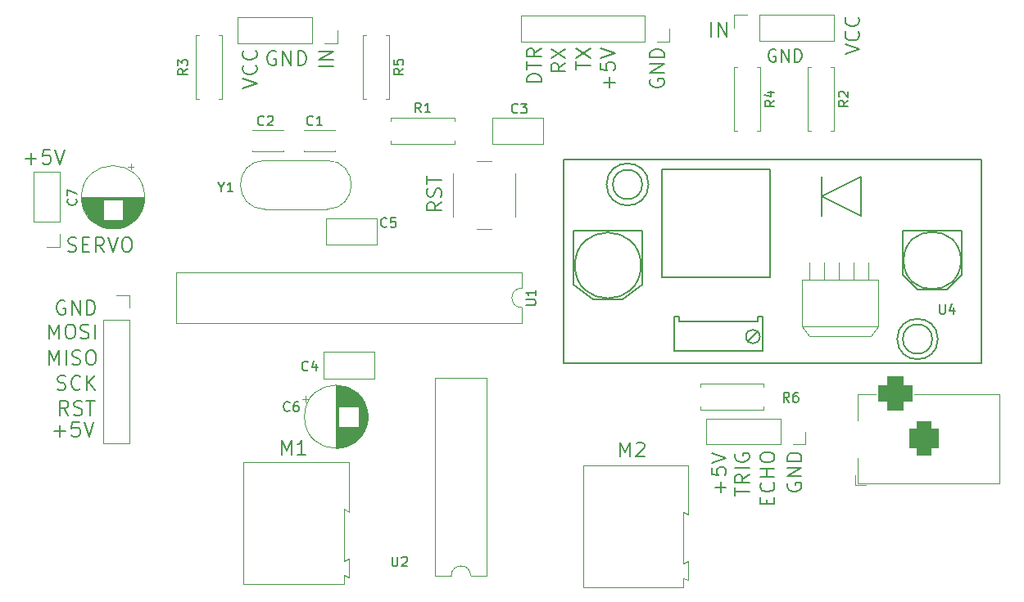
<source format=gto>
G04 #@! TF.GenerationSoftware,KiCad,Pcbnew,7.0.6-7.0.6~ubuntu22.04.1*
G04 #@! TF.CreationDate,2023-07-29T13:02:34+05:30*
G04 #@! TF.ProjectId,SDC_Schematic,5344435f-5363-4686-956d-617469632e6b,rev?*
G04 #@! TF.SameCoordinates,Original*
G04 #@! TF.FileFunction,Legend,Top*
G04 #@! TF.FilePolarity,Positive*
%FSLAX46Y46*%
G04 Gerber Fmt 4.6, Leading zero omitted, Abs format (unit mm)*
G04 Created by KiCad (PCBNEW 7.0.6-7.0.6~ubuntu22.04.1) date 2023-07-29 13:02:34*
%MOMM*%
%LPD*%
G01*
G04 APERTURE LIST*
G04 Aperture macros list*
%AMRoundRect*
0 Rectangle with rounded corners*
0 $1 Rounding radius*
0 $2 $3 $4 $5 $6 $7 $8 $9 X,Y pos of 4 corners*
0 Add a 4 corners polygon primitive as box body*
4,1,4,$2,$3,$4,$5,$6,$7,$8,$9,$2,$3,0*
0 Add four circle primitives for the rounded corners*
1,1,$1+$1,$2,$3*
1,1,$1+$1,$4,$5*
1,1,$1+$1,$6,$7*
1,1,$1+$1,$8,$9*
0 Add four rect primitives between the rounded corners*
20,1,$1+$1,$2,$3,$4,$5,0*
20,1,$1+$1,$4,$5,$6,$7,0*
20,1,$1+$1,$6,$7,$8,$9,0*
20,1,$1+$1,$8,$9,$2,$3,0*%
G04 Aperture macros list end*
%ADD10C,0.180000*%
%ADD11C,0.187500*%
%ADD12C,0.160000*%
%ADD13C,0.120000*%
%ADD14C,0.150000*%
%ADD15C,0.100000*%
%ADD16C,1.600000*%
%ADD17R,1.600000X1.600000*%
%ADD18O,1.600000X1.600000*%
%ADD19C,3.500000*%
%ADD20R,1.700000X1.700000*%
%ADD21O,1.700000X1.700000*%
%ADD22R,1.524000X1.524000*%
%ADD23C,1.500000*%
%ADD24C,2.000000*%
%ADD25R,1.980000X3.960000*%
%ADD26O,1.980000X3.960000*%
%ADD27R,3.500000X3.500000*%
%ADD28RoundRect,0.750000X0.750000X1.000000X-0.750000X1.000000X-0.750000X-1.000000X0.750000X-1.000000X0*%
%ADD29RoundRect,0.875000X0.875000X0.875000X-0.875000X0.875000X-0.875000X-0.875000X0.875000X-0.875000X0*%
G04 APERTURE END LIST*
D10*
X160178497Y-50038721D02*
X160107068Y-50181579D01*
X160107068Y-50181579D02*
X160107068Y-50395864D01*
X160107068Y-50395864D02*
X160178497Y-50610150D01*
X160178497Y-50610150D02*
X160321354Y-50753007D01*
X160321354Y-50753007D02*
X160464211Y-50824436D01*
X160464211Y-50824436D02*
X160749925Y-50895864D01*
X160749925Y-50895864D02*
X160964211Y-50895864D01*
X160964211Y-50895864D02*
X161249925Y-50824436D01*
X161249925Y-50824436D02*
X161392782Y-50753007D01*
X161392782Y-50753007D02*
X161535640Y-50610150D01*
X161535640Y-50610150D02*
X161607068Y-50395864D01*
X161607068Y-50395864D02*
X161607068Y-50253007D01*
X161607068Y-50253007D02*
X161535640Y-50038721D01*
X161535640Y-50038721D02*
X161464211Y-49967293D01*
X161464211Y-49967293D02*
X160964211Y-49967293D01*
X160964211Y-49967293D02*
X160964211Y-50253007D01*
X161607068Y-49324436D02*
X160107068Y-49324436D01*
X160107068Y-49324436D02*
X161607068Y-48467293D01*
X161607068Y-48467293D02*
X160107068Y-48467293D01*
X161607068Y-47753007D02*
X160107068Y-47753007D01*
X160107068Y-47753007D02*
X160107068Y-47395864D01*
X160107068Y-47395864D02*
X160178497Y-47181578D01*
X160178497Y-47181578D02*
X160321354Y-47038721D01*
X160321354Y-47038721D02*
X160464211Y-46967292D01*
X160464211Y-46967292D02*
X160749925Y-46895864D01*
X160749925Y-46895864D02*
X160964211Y-46895864D01*
X160964211Y-46895864D02*
X161249925Y-46967292D01*
X161249925Y-46967292D02*
X161392782Y-47038721D01*
X161392782Y-47038721D02*
X161535640Y-47181578D01*
X161535640Y-47181578D02*
X161607068Y-47395864D01*
X161607068Y-47395864D02*
X161607068Y-47753007D01*
X95575563Y-58235640D02*
X96718421Y-58235640D01*
X96146992Y-58807068D02*
X96146992Y-57664211D01*
X98146992Y-57307068D02*
X97432706Y-57307068D01*
X97432706Y-57307068D02*
X97361278Y-58021354D01*
X97361278Y-58021354D02*
X97432706Y-57949925D01*
X97432706Y-57949925D02*
X97575564Y-57878497D01*
X97575564Y-57878497D02*
X97932706Y-57878497D01*
X97932706Y-57878497D02*
X98075564Y-57949925D01*
X98075564Y-57949925D02*
X98146992Y-58021354D01*
X98146992Y-58021354D02*
X98218421Y-58164211D01*
X98218421Y-58164211D02*
X98218421Y-58521354D01*
X98218421Y-58521354D02*
X98146992Y-58664211D01*
X98146992Y-58664211D02*
X98075564Y-58735640D01*
X98075564Y-58735640D02*
X97932706Y-58807068D01*
X97932706Y-58807068D02*
X97575564Y-58807068D01*
X97575564Y-58807068D02*
X97432706Y-58735640D01*
X97432706Y-58735640D02*
X97361278Y-58664211D01*
X98646992Y-57307068D02*
X99146992Y-58807068D01*
X99146992Y-58807068D02*
X99646992Y-57307068D01*
X98075563Y-79607068D02*
X98075563Y-78107068D01*
X98075563Y-78107068D02*
X98575563Y-79178497D01*
X98575563Y-79178497D02*
X99075563Y-78107068D01*
X99075563Y-78107068D02*
X99075563Y-79607068D01*
X99789849Y-79607068D02*
X99789849Y-78107068D01*
X100432707Y-79535640D02*
X100646993Y-79607068D01*
X100646993Y-79607068D02*
X101004135Y-79607068D01*
X101004135Y-79607068D02*
X101146993Y-79535640D01*
X101146993Y-79535640D02*
X101218421Y-79464211D01*
X101218421Y-79464211D02*
X101289850Y-79321354D01*
X101289850Y-79321354D02*
X101289850Y-79178497D01*
X101289850Y-79178497D02*
X101218421Y-79035640D01*
X101218421Y-79035640D02*
X101146993Y-78964211D01*
X101146993Y-78964211D02*
X101004135Y-78892782D01*
X101004135Y-78892782D02*
X100718421Y-78821354D01*
X100718421Y-78821354D02*
X100575564Y-78749925D01*
X100575564Y-78749925D02*
X100504135Y-78678497D01*
X100504135Y-78678497D02*
X100432707Y-78535640D01*
X100432707Y-78535640D02*
X100432707Y-78392782D01*
X100432707Y-78392782D02*
X100504135Y-78249925D01*
X100504135Y-78249925D02*
X100575564Y-78178497D01*
X100575564Y-78178497D02*
X100718421Y-78107068D01*
X100718421Y-78107068D02*
X101075564Y-78107068D01*
X101075564Y-78107068D02*
X101289850Y-78178497D01*
X102218421Y-78107068D02*
X102504135Y-78107068D01*
X102504135Y-78107068D02*
X102646992Y-78178497D01*
X102646992Y-78178497D02*
X102789849Y-78321354D01*
X102789849Y-78321354D02*
X102861278Y-78607068D01*
X102861278Y-78607068D02*
X102861278Y-79107068D01*
X102861278Y-79107068D02*
X102789849Y-79392782D01*
X102789849Y-79392782D02*
X102646992Y-79535640D01*
X102646992Y-79535640D02*
X102504135Y-79607068D01*
X102504135Y-79607068D02*
X102218421Y-79607068D01*
X102218421Y-79607068D02*
X102075564Y-79535640D01*
X102075564Y-79535640D02*
X101932706Y-79392782D01*
X101932706Y-79392782D02*
X101861278Y-79107068D01*
X101861278Y-79107068D02*
X101861278Y-78607068D01*
X101861278Y-78607068D02*
X101932706Y-78321354D01*
X101932706Y-78321354D02*
X102075564Y-78178497D01*
X102075564Y-78178497D02*
X102218421Y-78107068D01*
X121461278Y-47178497D02*
X121318421Y-47107068D01*
X121318421Y-47107068D02*
X121104135Y-47107068D01*
X121104135Y-47107068D02*
X120889849Y-47178497D01*
X120889849Y-47178497D02*
X120746992Y-47321354D01*
X120746992Y-47321354D02*
X120675563Y-47464211D01*
X120675563Y-47464211D02*
X120604135Y-47749925D01*
X120604135Y-47749925D02*
X120604135Y-47964211D01*
X120604135Y-47964211D02*
X120675563Y-48249925D01*
X120675563Y-48249925D02*
X120746992Y-48392782D01*
X120746992Y-48392782D02*
X120889849Y-48535640D01*
X120889849Y-48535640D02*
X121104135Y-48607068D01*
X121104135Y-48607068D02*
X121246992Y-48607068D01*
X121246992Y-48607068D02*
X121461278Y-48535640D01*
X121461278Y-48535640D02*
X121532706Y-48464211D01*
X121532706Y-48464211D02*
X121532706Y-47964211D01*
X121532706Y-47964211D02*
X121246992Y-47964211D01*
X122175563Y-48607068D02*
X122175563Y-47107068D01*
X122175563Y-47107068D02*
X123032706Y-48607068D01*
X123032706Y-48607068D02*
X123032706Y-47107068D01*
X123746992Y-48607068D02*
X123746992Y-47107068D01*
X123746992Y-47107068D02*
X124104135Y-47107068D01*
X124104135Y-47107068D02*
X124318421Y-47178497D01*
X124318421Y-47178497D02*
X124461278Y-47321354D01*
X124461278Y-47321354D02*
X124532707Y-47464211D01*
X124532707Y-47464211D02*
X124604135Y-47749925D01*
X124604135Y-47749925D02*
X124604135Y-47964211D01*
X124604135Y-47964211D02*
X124532707Y-48249925D01*
X124532707Y-48249925D02*
X124461278Y-48392782D01*
X124461278Y-48392782D02*
X124318421Y-48535640D01*
X124318421Y-48535640D02*
X124104135Y-48607068D01*
X124104135Y-48607068D02*
X123746992Y-48607068D01*
X172221354Y-94024436D02*
X172221354Y-93524436D01*
X173007068Y-93310150D02*
X173007068Y-94024436D01*
X173007068Y-94024436D02*
X171507068Y-94024436D01*
X171507068Y-94024436D02*
X171507068Y-93310150D01*
X172864211Y-91810150D02*
X172935640Y-91881578D01*
X172935640Y-91881578D02*
X173007068Y-92095864D01*
X173007068Y-92095864D02*
X173007068Y-92238721D01*
X173007068Y-92238721D02*
X172935640Y-92453007D01*
X172935640Y-92453007D02*
X172792782Y-92595864D01*
X172792782Y-92595864D02*
X172649925Y-92667293D01*
X172649925Y-92667293D02*
X172364211Y-92738721D01*
X172364211Y-92738721D02*
X172149925Y-92738721D01*
X172149925Y-92738721D02*
X171864211Y-92667293D01*
X171864211Y-92667293D02*
X171721354Y-92595864D01*
X171721354Y-92595864D02*
X171578497Y-92453007D01*
X171578497Y-92453007D02*
X171507068Y-92238721D01*
X171507068Y-92238721D02*
X171507068Y-92095864D01*
X171507068Y-92095864D02*
X171578497Y-91881578D01*
X171578497Y-91881578D02*
X171649925Y-91810150D01*
X173007068Y-91167293D02*
X171507068Y-91167293D01*
X172221354Y-91167293D02*
X172221354Y-90310150D01*
X173007068Y-90310150D02*
X171507068Y-90310150D01*
X171507068Y-89310149D02*
X171507068Y-89024435D01*
X171507068Y-89024435D02*
X171578497Y-88881578D01*
X171578497Y-88881578D02*
X171721354Y-88738721D01*
X171721354Y-88738721D02*
X172007068Y-88667292D01*
X172007068Y-88667292D02*
X172507068Y-88667292D01*
X172507068Y-88667292D02*
X172792782Y-88738721D01*
X172792782Y-88738721D02*
X172935640Y-88881578D01*
X172935640Y-88881578D02*
X173007068Y-89024435D01*
X173007068Y-89024435D02*
X173007068Y-89310149D01*
X173007068Y-89310149D02*
X172935640Y-89453007D01*
X172935640Y-89453007D02*
X172792782Y-89595864D01*
X172792782Y-89595864D02*
X172507068Y-89667292D01*
X172507068Y-89667292D02*
X172007068Y-89667292D01*
X172007068Y-89667292D02*
X171721354Y-89595864D01*
X171721354Y-89595864D02*
X171578497Y-89453007D01*
X171578497Y-89453007D02*
X171507068Y-89310149D01*
X173108897Y-46993449D02*
X172985087Y-46931544D01*
X172985087Y-46931544D02*
X172799373Y-46931544D01*
X172799373Y-46931544D02*
X172613659Y-46993449D01*
X172613659Y-46993449D02*
X172489849Y-47117259D01*
X172489849Y-47117259D02*
X172427944Y-47241068D01*
X172427944Y-47241068D02*
X172366040Y-47488687D01*
X172366040Y-47488687D02*
X172366040Y-47674401D01*
X172366040Y-47674401D02*
X172427944Y-47922020D01*
X172427944Y-47922020D02*
X172489849Y-48045830D01*
X172489849Y-48045830D02*
X172613659Y-48169640D01*
X172613659Y-48169640D02*
X172799373Y-48231544D01*
X172799373Y-48231544D02*
X172923182Y-48231544D01*
X172923182Y-48231544D02*
X173108897Y-48169640D01*
X173108897Y-48169640D02*
X173170801Y-48107735D01*
X173170801Y-48107735D02*
X173170801Y-47674401D01*
X173170801Y-47674401D02*
X172923182Y-47674401D01*
X173727944Y-48231544D02*
X173727944Y-46931544D01*
X173727944Y-46931544D02*
X174470801Y-48231544D01*
X174470801Y-48231544D02*
X174470801Y-46931544D01*
X175089849Y-48231544D02*
X175089849Y-46931544D01*
X175089849Y-46931544D02*
X175399373Y-46931544D01*
X175399373Y-46931544D02*
X175585087Y-46993449D01*
X175585087Y-46993449D02*
X175708897Y-47117259D01*
X175708897Y-47117259D02*
X175770802Y-47241068D01*
X175770802Y-47241068D02*
X175832706Y-47488687D01*
X175832706Y-47488687D02*
X175832706Y-47674401D01*
X175832706Y-47674401D02*
X175770802Y-47922020D01*
X175770802Y-47922020D02*
X175708897Y-48045830D01*
X175708897Y-48045830D02*
X175585087Y-48169640D01*
X175585087Y-48169640D02*
X175399373Y-48231544D01*
X175399373Y-48231544D02*
X175089849Y-48231544D01*
X152507068Y-49038721D02*
X152507068Y-48181579D01*
X154007068Y-48610150D02*
X152507068Y-48610150D01*
X152507068Y-47824436D02*
X154007068Y-46824436D01*
X152507068Y-46824436D02*
X154007068Y-47824436D01*
X167435640Y-92824436D02*
X167435640Y-91681579D01*
X168007068Y-92253007D02*
X166864211Y-92253007D01*
X166507068Y-90253007D02*
X166507068Y-90967293D01*
X166507068Y-90967293D02*
X167221354Y-91038721D01*
X167221354Y-91038721D02*
X167149925Y-90967293D01*
X167149925Y-90967293D02*
X167078497Y-90824436D01*
X167078497Y-90824436D02*
X167078497Y-90467293D01*
X167078497Y-90467293D02*
X167149925Y-90324436D01*
X167149925Y-90324436D02*
X167221354Y-90253007D01*
X167221354Y-90253007D02*
X167364211Y-90181578D01*
X167364211Y-90181578D02*
X167721354Y-90181578D01*
X167721354Y-90181578D02*
X167864211Y-90253007D01*
X167864211Y-90253007D02*
X167935640Y-90324436D01*
X167935640Y-90324436D02*
X168007068Y-90467293D01*
X168007068Y-90467293D02*
X168007068Y-90824436D01*
X168007068Y-90824436D02*
X167935640Y-90967293D01*
X167935640Y-90967293D02*
X167864211Y-91038721D01*
X166507068Y-89753007D02*
X168007068Y-89253007D01*
X168007068Y-89253007D02*
X166507068Y-88753007D01*
X157075563Y-89107068D02*
X157075563Y-87607068D01*
X157075563Y-87607068D02*
X157575563Y-88678497D01*
X157575563Y-88678497D02*
X158075563Y-87607068D01*
X158075563Y-87607068D02*
X158075563Y-89107068D01*
X158718421Y-87749925D02*
X158789849Y-87678497D01*
X158789849Y-87678497D02*
X158932707Y-87607068D01*
X158932707Y-87607068D02*
X159289849Y-87607068D01*
X159289849Y-87607068D02*
X159432707Y-87678497D01*
X159432707Y-87678497D02*
X159504135Y-87749925D01*
X159504135Y-87749925D02*
X159575564Y-87892782D01*
X159575564Y-87892782D02*
X159575564Y-88035640D01*
X159575564Y-88035640D02*
X159504135Y-88249925D01*
X159504135Y-88249925D02*
X158646992Y-89107068D01*
X158646992Y-89107068D02*
X159575564Y-89107068D01*
X180307068Y-47438721D02*
X181807068Y-46938721D01*
X181807068Y-46938721D02*
X180307068Y-46438721D01*
X181664211Y-45081579D02*
X181735640Y-45153007D01*
X181735640Y-45153007D02*
X181807068Y-45367293D01*
X181807068Y-45367293D02*
X181807068Y-45510150D01*
X181807068Y-45510150D02*
X181735640Y-45724436D01*
X181735640Y-45724436D02*
X181592782Y-45867293D01*
X181592782Y-45867293D02*
X181449925Y-45938722D01*
X181449925Y-45938722D02*
X181164211Y-46010150D01*
X181164211Y-46010150D02*
X180949925Y-46010150D01*
X180949925Y-46010150D02*
X180664211Y-45938722D01*
X180664211Y-45938722D02*
X180521354Y-45867293D01*
X180521354Y-45867293D02*
X180378497Y-45724436D01*
X180378497Y-45724436D02*
X180307068Y-45510150D01*
X180307068Y-45510150D02*
X180307068Y-45367293D01*
X180307068Y-45367293D02*
X180378497Y-45153007D01*
X180378497Y-45153007D02*
X180449925Y-45081579D01*
X181664211Y-43581579D02*
X181735640Y-43653007D01*
X181735640Y-43653007D02*
X181807068Y-43867293D01*
X181807068Y-43867293D02*
X181807068Y-44010150D01*
X181807068Y-44010150D02*
X181735640Y-44224436D01*
X181735640Y-44224436D02*
X181592782Y-44367293D01*
X181592782Y-44367293D02*
X181449925Y-44438722D01*
X181449925Y-44438722D02*
X181164211Y-44510150D01*
X181164211Y-44510150D02*
X180949925Y-44510150D01*
X180949925Y-44510150D02*
X180664211Y-44438722D01*
X180664211Y-44438722D02*
X180521354Y-44367293D01*
X180521354Y-44367293D02*
X180378497Y-44224436D01*
X180378497Y-44224436D02*
X180307068Y-44010150D01*
X180307068Y-44010150D02*
X180307068Y-43867293D01*
X180307068Y-43867293D02*
X180378497Y-43653007D01*
X180378497Y-43653007D02*
X180449925Y-43581579D01*
X127407068Y-48724436D02*
X125907068Y-48724436D01*
X127407068Y-48010150D02*
X125907068Y-48010150D01*
X125907068Y-48010150D02*
X127407068Y-47153007D01*
X127407068Y-47153007D02*
X125907068Y-47153007D01*
X100004135Y-67835640D02*
X100218421Y-67907068D01*
X100218421Y-67907068D02*
X100575563Y-67907068D01*
X100575563Y-67907068D02*
X100718421Y-67835640D01*
X100718421Y-67835640D02*
X100789849Y-67764211D01*
X100789849Y-67764211D02*
X100861278Y-67621354D01*
X100861278Y-67621354D02*
X100861278Y-67478497D01*
X100861278Y-67478497D02*
X100789849Y-67335640D01*
X100789849Y-67335640D02*
X100718421Y-67264211D01*
X100718421Y-67264211D02*
X100575563Y-67192782D01*
X100575563Y-67192782D02*
X100289849Y-67121354D01*
X100289849Y-67121354D02*
X100146992Y-67049925D01*
X100146992Y-67049925D02*
X100075563Y-66978497D01*
X100075563Y-66978497D02*
X100004135Y-66835640D01*
X100004135Y-66835640D02*
X100004135Y-66692782D01*
X100004135Y-66692782D02*
X100075563Y-66549925D01*
X100075563Y-66549925D02*
X100146992Y-66478497D01*
X100146992Y-66478497D02*
X100289849Y-66407068D01*
X100289849Y-66407068D02*
X100646992Y-66407068D01*
X100646992Y-66407068D02*
X100861278Y-66478497D01*
X101504134Y-67121354D02*
X102004134Y-67121354D01*
X102218420Y-67907068D02*
X101504134Y-67907068D01*
X101504134Y-67907068D02*
X101504134Y-66407068D01*
X101504134Y-66407068D02*
X102218420Y-66407068D01*
X103718420Y-67907068D02*
X103218420Y-67192782D01*
X102861277Y-67907068D02*
X102861277Y-66407068D01*
X102861277Y-66407068D02*
X103432706Y-66407068D01*
X103432706Y-66407068D02*
X103575563Y-66478497D01*
X103575563Y-66478497D02*
X103646992Y-66549925D01*
X103646992Y-66549925D02*
X103718420Y-66692782D01*
X103718420Y-66692782D02*
X103718420Y-66907068D01*
X103718420Y-66907068D02*
X103646992Y-67049925D01*
X103646992Y-67049925D02*
X103575563Y-67121354D01*
X103575563Y-67121354D02*
X103432706Y-67192782D01*
X103432706Y-67192782D02*
X102861277Y-67192782D01*
X104146992Y-66407068D02*
X104646992Y-67907068D01*
X104646992Y-67907068D02*
X105146992Y-66407068D01*
X105932706Y-66407068D02*
X106218420Y-66407068D01*
X106218420Y-66407068D02*
X106361277Y-66478497D01*
X106361277Y-66478497D02*
X106504134Y-66621354D01*
X106504134Y-66621354D02*
X106575563Y-66907068D01*
X106575563Y-66907068D02*
X106575563Y-67407068D01*
X106575563Y-67407068D02*
X106504134Y-67692782D01*
X106504134Y-67692782D02*
X106361277Y-67835640D01*
X106361277Y-67835640D02*
X106218420Y-67907068D01*
X106218420Y-67907068D02*
X105932706Y-67907068D01*
X105932706Y-67907068D02*
X105789849Y-67835640D01*
X105789849Y-67835640D02*
X105646991Y-67692782D01*
X105646991Y-67692782D02*
X105575563Y-67407068D01*
X105575563Y-67407068D02*
X105575563Y-66907068D01*
X105575563Y-66907068D02*
X105646991Y-66621354D01*
X105646991Y-66621354D02*
X105789849Y-66478497D01*
X105789849Y-66478497D02*
X105932706Y-66407068D01*
X138607068Y-62767293D02*
X137892782Y-63267293D01*
X138607068Y-63624436D02*
X137107068Y-63624436D01*
X137107068Y-63624436D02*
X137107068Y-63053007D01*
X137107068Y-63053007D02*
X137178497Y-62910150D01*
X137178497Y-62910150D02*
X137249925Y-62838721D01*
X137249925Y-62838721D02*
X137392782Y-62767293D01*
X137392782Y-62767293D02*
X137607068Y-62767293D01*
X137607068Y-62767293D02*
X137749925Y-62838721D01*
X137749925Y-62838721D02*
X137821354Y-62910150D01*
X137821354Y-62910150D02*
X137892782Y-63053007D01*
X137892782Y-63053007D02*
X137892782Y-63624436D01*
X138535640Y-62195864D02*
X138607068Y-61981579D01*
X138607068Y-61981579D02*
X138607068Y-61624436D01*
X138607068Y-61624436D02*
X138535640Y-61481579D01*
X138535640Y-61481579D02*
X138464211Y-61410150D01*
X138464211Y-61410150D02*
X138321354Y-61338721D01*
X138321354Y-61338721D02*
X138178497Y-61338721D01*
X138178497Y-61338721D02*
X138035640Y-61410150D01*
X138035640Y-61410150D02*
X137964211Y-61481579D01*
X137964211Y-61481579D02*
X137892782Y-61624436D01*
X137892782Y-61624436D02*
X137821354Y-61910150D01*
X137821354Y-61910150D02*
X137749925Y-62053007D01*
X137749925Y-62053007D02*
X137678497Y-62124436D01*
X137678497Y-62124436D02*
X137535640Y-62195864D01*
X137535640Y-62195864D02*
X137392782Y-62195864D01*
X137392782Y-62195864D02*
X137249925Y-62124436D01*
X137249925Y-62124436D02*
X137178497Y-62053007D01*
X137178497Y-62053007D02*
X137107068Y-61910150D01*
X137107068Y-61910150D02*
X137107068Y-61553007D01*
X137107068Y-61553007D02*
X137178497Y-61338721D01*
X137107068Y-60910150D02*
X137107068Y-60053008D01*
X138607068Y-60481579D02*
X137107068Y-60481579D01*
X151407068Y-48367293D02*
X150692782Y-48867293D01*
X151407068Y-49224436D02*
X149907068Y-49224436D01*
X149907068Y-49224436D02*
X149907068Y-48653007D01*
X149907068Y-48653007D02*
X149978497Y-48510150D01*
X149978497Y-48510150D02*
X150049925Y-48438721D01*
X150049925Y-48438721D02*
X150192782Y-48367293D01*
X150192782Y-48367293D02*
X150407068Y-48367293D01*
X150407068Y-48367293D02*
X150549925Y-48438721D01*
X150549925Y-48438721D02*
X150621354Y-48510150D01*
X150621354Y-48510150D02*
X150692782Y-48653007D01*
X150692782Y-48653007D02*
X150692782Y-49224436D01*
X149907068Y-47867293D02*
X151407068Y-46867293D01*
X149907068Y-46867293D02*
X151407068Y-47867293D01*
X155935640Y-50924436D02*
X155935640Y-49781579D01*
X156507068Y-50353007D02*
X155364211Y-50353007D01*
X155007068Y-48353007D02*
X155007068Y-49067293D01*
X155007068Y-49067293D02*
X155721354Y-49138721D01*
X155721354Y-49138721D02*
X155649925Y-49067293D01*
X155649925Y-49067293D02*
X155578497Y-48924436D01*
X155578497Y-48924436D02*
X155578497Y-48567293D01*
X155578497Y-48567293D02*
X155649925Y-48424436D01*
X155649925Y-48424436D02*
X155721354Y-48353007D01*
X155721354Y-48353007D02*
X155864211Y-48281578D01*
X155864211Y-48281578D02*
X156221354Y-48281578D01*
X156221354Y-48281578D02*
X156364211Y-48353007D01*
X156364211Y-48353007D02*
X156435640Y-48424436D01*
X156435640Y-48424436D02*
X156507068Y-48567293D01*
X156507068Y-48567293D02*
X156507068Y-48924436D01*
X156507068Y-48924436D02*
X156435640Y-49067293D01*
X156435640Y-49067293D02*
X156364211Y-49138721D01*
X155007068Y-47853007D02*
X156507068Y-47353007D01*
X156507068Y-47353007D02*
X155007068Y-46853007D01*
X148907068Y-50324436D02*
X147407068Y-50324436D01*
X147407068Y-50324436D02*
X147407068Y-49967293D01*
X147407068Y-49967293D02*
X147478497Y-49753007D01*
X147478497Y-49753007D02*
X147621354Y-49610150D01*
X147621354Y-49610150D02*
X147764211Y-49538721D01*
X147764211Y-49538721D02*
X148049925Y-49467293D01*
X148049925Y-49467293D02*
X148264211Y-49467293D01*
X148264211Y-49467293D02*
X148549925Y-49538721D01*
X148549925Y-49538721D02*
X148692782Y-49610150D01*
X148692782Y-49610150D02*
X148835640Y-49753007D01*
X148835640Y-49753007D02*
X148907068Y-49967293D01*
X148907068Y-49967293D02*
X148907068Y-50324436D01*
X147407068Y-49038721D02*
X147407068Y-48181579D01*
X148907068Y-48610150D02*
X147407068Y-48610150D01*
X148907068Y-46824436D02*
X148192782Y-47324436D01*
X148907068Y-47681579D02*
X147407068Y-47681579D01*
X147407068Y-47681579D02*
X147407068Y-47110150D01*
X147407068Y-47110150D02*
X147478497Y-46967293D01*
X147478497Y-46967293D02*
X147549925Y-46895864D01*
X147549925Y-46895864D02*
X147692782Y-46824436D01*
X147692782Y-46824436D02*
X147907068Y-46824436D01*
X147907068Y-46824436D02*
X148049925Y-46895864D01*
X148049925Y-46895864D02*
X148121354Y-46967293D01*
X148121354Y-46967293D02*
X148192782Y-47110150D01*
X148192782Y-47110150D02*
X148192782Y-47681579D01*
X99661278Y-72978497D02*
X99518421Y-72907068D01*
X99518421Y-72907068D02*
X99304135Y-72907068D01*
X99304135Y-72907068D02*
X99089849Y-72978497D01*
X99089849Y-72978497D02*
X98946992Y-73121354D01*
X98946992Y-73121354D02*
X98875563Y-73264211D01*
X98875563Y-73264211D02*
X98804135Y-73549925D01*
X98804135Y-73549925D02*
X98804135Y-73764211D01*
X98804135Y-73764211D02*
X98875563Y-74049925D01*
X98875563Y-74049925D02*
X98946992Y-74192782D01*
X98946992Y-74192782D02*
X99089849Y-74335640D01*
X99089849Y-74335640D02*
X99304135Y-74407068D01*
X99304135Y-74407068D02*
X99446992Y-74407068D01*
X99446992Y-74407068D02*
X99661278Y-74335640D01*
X99661278Y-74335640D02*
X99732706Y-74264211D01*
X99732706Y-74264211D02*
X99732706Y-73764211D01*
X99732706Y-73764211D02*
X99446992Y-73764211D01*
X100375563Y-74407068D02*
X100375563Y-72907068D01*
X100375563Y-72907068D02*
X101232706Y-74407068D01*
X101232706Y-74407068D02*
X101232706Y-72907068D01*
X101946992Y-74407068D02*
X101946992Y-72907068D01*
X101946992Y-72907068D02*
X102304135Y-72907068D01*
X102304135Y-72907068D02*
X102518421Y-72978497D01*
X102518421Y-72978497D02*
X102661278Y-73121354D01*
X102661278Y-73121354D02*
X102732707Y-73264211D01*
X102732707Y-73264211D02*
X102804135Y-73549925D01*
X102804135Y-73549925D02*
X102804135Y-73764211D01*
X102804135Y-73764211D02*
X102732707Y-74049925D01*
X102732707Y-74049925D02*
X102661278Y-74192782D01*
X102661278Y-74192782D02*
X102518421Y-74335640D01*
X102518421Y-74335640D02*
X102304135Y-74407068D01*
X102304135Y-74407068D02*
X101946992Y-74407068D01*
X118007068Y-50938721D02*
X119507068Y-50438721D01*
X119507068Y-50438721D02*
X118007068Y-49938721D01*
X119364211Y-48581579D02*
X119435640Y-48653007D01*
X119435640Y-48653007D02*
X119507068Y-48867293D01*
X119507068Y-48867293D02*
X119507068Y-49010150D01*
X119507068Y-49010150D02*
X119435640Y-49224436D01*
X119435640Y-49224436D02*
X119292782Y-49367293D01*
X119292782Y-49367293D02*
X119149925Y-49438722D01*
X119149925Y-49438722D02*
X118864211Y-49510150D01*
X118864211Y-49510150D02*
X118649925Y-49510150D01*
X118649925Y-49510150D02*
X118364211Y-49438722D01*
X118364211Y-49438722D02*
X118221354Y-49367293D01*
X118221354Y-49367293D02*
X118078497Y-49224436D01*
X118078497Y-49224436D02*
X118007068Y-49010150D01*
X118007068Y-49010150D02*
X118007068Y-48867293D01*
X118007068Y-48867293D02*
X118078497Y-48653007D01*
X118078497Y-48653007D02*
X118149925Y-48581579D01*
X119364211Y-47081579D02*
X119435640Y-47153007D01*
X119435640Y-47153007D02*
X119507068Y-47367293D01*
X119507068Y-47367293D02*
X119507068Y-47510150D01*
X119507068Y-47510150D02*
X119435640Y-47724436D01*
X119435640Y-47724436D02*
X119292782Y-47867293D01*
X119292782Y-47867293D02*
X119149925Y-47938722D01*
X119149925Y-47938722D02*
X118864211Y-48010150D01*
X118864211Y-48010150D02*
X118649925Y-48010150D01*
X118649925Y-48010150D02*
X118364211Y-47938722D01*
X118364211Y-47938722D02*
X118221354Y-47867293D01*
X118221354Y-47867293D02*
X118078497Y-47724436D01*
X118078497Y-47724436D02*
X118007068Y-47510150D01*
X118007068Y-47510150D02*
X118007068Y-47367293D01*
X118007068Y-47367293D02*
X118078497Y-47153007D01*
X118078497Y-47153007D02*
X118149925Y-47081579D01*
X168907068Y-93138721D02*
X168907068Y-92281579D01*
X170407068Y-92710150D02*
X168907068Y-92710150D01*
X170407068Y-90924436D02*
X169692782Y-91424436D01*
X170407068Y-91781579D02*
X168907068Y-91781579D01*
X168907068Y-91781579D02*
X168907068Y-91210150D01*
X168907068Y-91210150D02*
X168978497Y-91067293D01*
X168978497Y-91067293D02*
X169049925Y-90995864D01*
X169049925Y-90995864D02*
X169192782Y-90924436D01*
X169192782Y-90924436D02*
X169407068Y-90924436D01*
X169407068Y-90924436D02*
X169549925Y-90995864D01*
X169549925Y-90995864D02*
X169621354Y-91067293D01*
X169621354Y-91067293D02*
X169692782Y-91210150D01*
X169692782Y-91210150D02*
X169692782Y-91781579D01*
X170407068Y-90281579D02*
X168907068Y-90281579D01*
X168978497Y-88781578D02*
X168907068Y-88924436D01*
X168907068Y-88924436D02*
X168907068Y-89138721D01*
X168907068Y-89138721D02*
X168978497Y-89353007D01*
X168978497Y-89353007D02*
X169121354Y-89495864D01*
X169121354Y-89495864D02*
X169264211Y-89567293D01*
X169264211Y-89567293D02*
X169549925Y-89638721D01*
X169549925Y-89638721D02*
X169764211Y-89638721D01*
X169764211Y-89638721D02*
X170049925Y-89567293D01*
X170049925Y-89567293D02*
X170192782Y-89495864D01*
X170192782Y-89495864D02*
X170335640Y-89353007D01*
X170335640Y-89353007D02*
X170407068Y-89138721D01*
X170407068Y-89138721D02*
X170407068Y-88995864D01*
X170407068Y-88995864D02*
X170335640Y-88781578D01*
X170335640Y-88781578D02*
X170264211Y-88710150D01*
X170264211Y-88710150D02*
X169764211Y-88710150D01*
X169764211Y-88710150D02*
X169764211Y-88995864D01*
X100032706Y-84807068D02*
X99532706Y-84092782D01*
X99175563Y-84807068D02*
X99175563Y-83307068D01*
X99175563Y-83307068D02*
X99746992Y-83307068D01*
X99746992Y-83307068D02*
X99889849Y-83378497D01*
X99889849Y-83378497D02*
X99961278Y-83449925D01*
X99961278Y-83449925D02*
X100032706Y-83592782D01*
X100032706Y-83592782D02*
X100032706Y-83807068D01*
X100032706Y-83807068D02*
X99961278Y-83949925D01*
X99961278Y-83949925D02*
X99889849Y-84021354D01*
X99889849Y-84021354D02*
X99746992Y-84092782D01*
X99746992Y-84092782D02*
X99175563Y-84092782D01*
X100604135Y-84735640D02*
X100818421Y-84807068D01*
X100818421Y-84807068D02*
X101175563Y-84807068D01*
X101175563Y-84807068D02*
X101318421Y-84735640D01*
X101318421Y-84735640D02*
X101389849Y-84664211D01*
X101389849Y-84664211D02*
X101461278Y-84521354D01*
X101461278Y-84521354D02*
X101461278Y-84378497D01*
X101461278Y-84378497D02*
X101389849Y-84235640D01*
X101389849Y-84235640D02*
X101318421Y-84164211D01*
X101318421Y-84164211D02*
X101175563Y-84092782D01*
X101175563Y-84092782D02*
X100889849Y-84021354D01*
X100889849Y-84021354D02*
X100746992Y-83949925D01*
X100746992Y-83949925D02*
X100675563Y-83878497D01*
X100675563Y-83878497D02*
X100604135Y-83735640D01*
X100604135Y-83735640D02*
X100604135Y-83592782D01*
X100604135Y-83592782D02*
X100675563Y-83449925D01*
X100675563Y-83449925D02*
X100746992Y-83378497D01*
X100746992Y-83378497D02*
X100889849Y-83307068D01*
X100889849Y-83307068D02*
X101246992Y-83307068D01*
X101246992Y-83307068D02*
X101461278Y-83378497D01*
X101889849Y-83307068D02*
X102746992Y-83307068D01*
X102318420Y-84807068D02*
X102318420Y-83307068D01*
X122075563Y-88907068D02*
X122075563Y-87407068D01*
X122075563Y-87407068D02*
X122575563Y-88478497D01*
X122575563Y-88478497D02*
X123075563Y-87407068D01*
X123075563Y-87407068D02*
X123075563Y-88907068D01*
X124575564Y-88907068D02*
X123718421Y-88907068D01*
X124146992Y-88907068D02*
X124146992Y-87407068D01*
X124146992Y-87407068D02*
X124004135Y-87621354D01*
X124004135Y-87621354D02*
X123861278Y-87764211D01*
X123861278Y-87764211D02*
X123718421Y-87835640D01*
X166475563Y-45607068D02*
X166475563Y-44107068D01*
X167189849Y-45607068D02*
X167189849Y-44107068D01*
X167189849Y-44107068D02*
X168046992Y-45607068D01*
X168046992Y-45607068D02*
X168046992Y-44107068D01*
X98075563Y-76907068D02*
X98075563Y-75407068D01*
X98075563Y-75407068D02*
X98575563Y-76478497D01*
X98575563Y-76478497D02*
X99075563Y-75407068D01*
X99075563Y-75407068D02*
X99075563Y-76907068D01*
X100075564Y-75407068D02*
X100361278Y-75407068D01*
X100361278Y-75407068D02*
X100504135Y-75478497D01*
X100504135Y-75478497D02*
X100646992Y-75621354D01*
X100646992Y-75621354D02*
X100718421Y-75907068D01*
X100718421Y-75907068D02*
X100718421Y-76407068D01*
X100718421Y-76407068D02*
X100646992Y-76692782D01*
X100646992Y-76692782D02*
X100504135Y-76835640D01*
X100504135Y-76835640D02*
X100361278Y-76907068D01*
X100361278Y-76907068D02*
X100075564Y-76907068D01*
X100075564Y-76907068D02*
X99932707Y-76835640D01*
X99932707Y-76835640D02*
X99789849Y-76692782D01*
X99789849Y-76692782D02*
X99718421Y-76407068D01*
X99718421Y-76407068D02*
X99718421Y-75907068D01*
X99718421Y-75907068D02*
X99789849Y-75621354D01*
X99789849Y-75621354D02*
X99932707Y-75478497D01*
X99932707Y-75478497D02*
X100075564Y-75407068D01*
X101289850Y-76835640D02*
X101504136Y-76907068D01*
X101504136Y-76907068D02*
X101861278Y-76907068D01*
X101861278Y-76907068D02*
X102004136Y-76835640D01*
X102004136Y-76835640D02*
X102075564Y-76764211D01*
X102075564Y-76764211D02*
X102146993Y-76621354D01*
X102146993Y-76621354D02*
X102146993Y-76478497D01*
X102146993Y-76478497D02*
X102075564Y-76335640D01*
X102075564Y-76335640D02*
X102004136Y-76264211D01*
X102004136Y-76264211D02*
X101861278Y-76192782D01*
X101861278Y-76192782D02*
X101575564Y-76121354D01*
X101575564Y-76121354D02*
X101432707Y-76049925D01*
X101432707Y-76049925D02*
X101361278Y-75978497D01*
X101361278Y-75978497D02*
X101289850Y-75835640D01*
X101289850Y-75835640D02*
X101289850Y-75692782D01*
X101289850Y-75692782D02*
X101361278Y-75549925D01*
X101361278Y-75549925D02*
X101432707Y-75478497D01*
X101432707Y-75478497D02*
X101575564Y-75407068D01*
X101575564Y-75407068D02*
X101932707Y-75407068D01*
X101932707Y-75407068D02*
X102146993Y-75478497D01*
X102789849Y-76907068D02*
X102789849Y-75407068D01*
X98904135Y-82135640D02*
X99118421Y-82207068D01*
X99118421Y-82207068D02*
X99475563Y-82207068D01*
X99475563Y-82207068D02*
X99618421Y-82135640D01*
X99618421Y-82135640D02*
X99689849Y-82064211D01*
X99689849Y-82064211D02*
X99761278Y-81921354D01*
X99761278Y-81921354D02*
X99761278Y-81778497D01*
X99761278Y-81778497D02*
X99689849Y-81635640D01*
X99689849Y-81635640D02*
X99618421Y-81564211D01*
X99618421Y-81564211D02*
X99475563Y-81492782D01*
X99475563Y-81492782D02*
X99189849Y-81421354D01*
X99189849Y-81421354D02*
X99046992Y-81349925D01*
X99046992Y-81349925D02*
X98975563Y-81278497D01*
X98975563Y-81278497D02*
X98904135Y-81135640D01*
X98904135Y-81135640D02*
X98904135Y-80992782D01*
X98904135Y-80992782D02*
X98975563Y-80849925D01*
X98975563Y-80849925D02*
X99046992Y-80778497D01*
X99046992Y-80778497D02*
X99189849Y-80707068D01*
X99189849Y-80707068D02*
X99546992Y-80707068D01*
X99546992Y-80707068D02*
X99761278Y-80778497D01*
X101261277Y-82064211D02*
X101189849Y-82135640D01*
X101189849Y-82135640D02*
X100975563Y-82207068D01*
X100975563Y-82207068D02*
X100832706Y-82207068D01*
X100832706Y-82207068D02*
X100618420Y-82135640D01*
X100618420Y-82135640D02*
X100475563Y-81992782D01*
X100475563Y-81992782D02*
X100404134Y-81849925D01*
X100404134Y-81849925D02*
X100332706Y-81564211D01*
X100332706Y-81564211D02*
X100332706Y-81349925D01*
X100332706Y-81349925D02*
X100404134Y-81064211D01*
X100404134Y-81064211D02*
X100475563Y-80921354D01*
X100475563Y-80921354D02*
X100618420Y-80778497D01*
X100618420Y-80778497D02*
X100832706Y-80707068D01*
X100832706Y-80707068D02*
X100975563Y-80707068D01*
X100975563Y-80707068D02*
X101189849Y-80778497D01*
X101189849Y-80778497D02*
X101261277Y-80849925D01*
X101904134Y-82207068D02*
X101904134Y-80707068D01*
X102761277Y-82207068D02*
X102118420Y-81349925D01*
X102761277Y-80707068D02*
X101904134Y-81564211D01*
D11*
X98580497Y-86435250D02*
X99723355Y-86435250D01*
X99151926Y-87006678D02*
X99151926Y-85863821D01*
X101151926Y-85506678D02*
X100437640Y-85506678D01*
X100437640Y-85506678D02*
X100366212Y-86220964D01*
X100366212Y-86220964D02*
X100437640Y-86149535D01*
X100437640Y-86149535D02*
X100580498Y-86078107D01*
X100580498Y-86078107D02*
X100937640Y-86078107D01*
X100937640Y-86078107D02*
X101080498Y-86149535D01*
X101080498Y-86149535D02*
X101151926Y-86220964D01*
X101151926Y-86220964D02*
X101223355Y-86363821D01*
X101223355Y-86363821D02*
X101223355Y-86720964D01*
X101223355Y-86720964D02*
X101151926Y-86863821D01*
X101151926Y-86863821D02*
X101080498Y-86935250D01*
X101080498Y-86935250D02*
X100937640Y-87006678D01*
X100937640Y-87006678D02*
X100580498Y-87006678D01*
X100580498Y-87006678D02*
X100437640Y-86935250D01*
X100437640Y-86935250D02*
X100366212Y-86863821D01*
X101651926Y-85506678D02*
X102151926Y-87006678D01*
X102151926Y-87006678D02*
X102651926Y-85506678D01*
D10*
X174378497Y-91838721D02*
X174307068Y-91981579D01*
X174307068Y-91981579D02*
X174307068Y-92195864D01*
X174307068Y-92195864D02*
X174378497Y-92410150D01*
X174378497Y-92410150D02*
X174521354Y-92553007D01*
X174521354Y-92553007D02*
X174664211Y-92624436D01*
X174664211Y-92624436D02*
X174949925Y-92695864D01*
X174949925Y-92695864D02*
X175164211Y-92695864D01*
X175164211Y-92695864D02*
X175449925Y-92624436D01*
X175449925Y-92624436D02*
X175592782Y-92553007D01*
X175592782Y-92553007D02*
X175735640Y-92410150D01*
X175735640Y-92410150D02*
X175807068Y-92195864D01*
X175807068Y-92195864D02*
X175807068Y-92053007D01*
X175807068Y-92053007D02*
X175735640Y-91838721D01*
X175735640Y-91838721D02*
X175664211Y-91767293D01*
X175664211Y-91767293D02*
X175164211Y-91767293D01*
X175164211Y-91767293D02*
X175164211Y-92053007D01*
X175807068Y-91124436D02*
X174307068Y-91124436D01*
X174307068Y-91124436D02*
X175807068Y-90267293D01*
X175807068Y-90267293D02*
X174307068Y-90267293D01*
X175807068Y-89553007D02*
X174307068Y-89553007D01*
X174307068Y-89553007D02*
X174307068Y-89195864D01*
X174307068Y-89195864D02*
X174378497Y-88981578D01*
X174378497Y-88981578D02*
X174521354Y-88838721D01*
X174521354Y-88838721D02*
X174664211Y-88767292D01*
X174664211Y-88767292D02*
X174949925Y-88695864D01*
X174949925Y-88695864D02*
X175164211Y-88695864D01*
X175164211Y-88695864D02*
X175449925Y-88767292D01*
X175449925Y-88767292D02*
X175592782Y-88838721D01*
X175592782Y-88838721D02*
X175735640Y-88981578D01*
X175735640Y-88981578D02*
X175807068Y-89195864D01*
X175807068Y-89195864D02*
X175807068Y-89553007D01*
D12*
X124801333Y-80115060D02*
X124753714Y-80162680D01*
X124753714Y-80162680D02*
X124610857Y-80210299D01*
X124610857Y-80210299D02*
X124515619Y-80210299D01*
X124515619Y-80210299D02*
X124372762Y-80162680D01*
X124372762Y-80162680D02*
X124277524Y-80067441D01*
X124277524Y-80067441D02*
X124229905Y-79972203D01*
X124229905Y-79972203D02*
X124182286Y-79781727D01*
X124182286Y-79781727D02*
X124182286Y-79638870D01*
X124182286Y-79638870D02*
X124229905Y-79448394D01*
X124229905Y-79448394D02*
X124277524Y-79353156D01*
X124277524Y-79353156D02*
X124372762Y-79257918D01*
X124372762Y-79257918D02*
X124515619Y-79210299D01*
X124515619Y-79210299D02*
X124610857Y-79210299D01*
X124610857Y-79210299D02*
X124753714Y-79257918D01*
X124753714Y-79257918D02*
X124801333Y-79305537D01*
X125658476Y-79543632D02*
X125658476Y-80210299D01*
X125420381Y-79162680D02*
X125182286Y-79876965D01*
X125182286Y-79876965D02*
X125801333Y-79876965D01*
X100816060Y-62436666D02*
X100863680Y-62484285D01*
X100863680Y-62484285D02*
X100911299Y-62627142D01*
X100911299Y-62627142D02*
X100911299Y-62722380D01*
X100911299Y-62722380D02*
X100863680Y-62865237D01*
X100863680Y-62865237D02*
X100768441Y-62960475D01*
X100768441Y-62960475D02*
X100673203Y-63008094D01*
X100673203Y-63008094D02*
X100482727Y-63055713D01*
X100482727Y-63055713D02*
X100339870Y-63055713D01*
X100339870Y-63055713D02*
X100149394Y-63008094D01*
X100149394Y-63008094D02*
X100054156Y-62960475D01*
X100054156Y-62960475D02*
X99958918Y-62865237D01*
X99958918Y-62865237D02*
X99911299Y-62722380D01*
X99911299Y-62722380D02*
X99911299Y-62627142D01*
X99911299Y-62627142D02*
X99958918Y-62484285D01*
X99958918Y-62484285D02*
X100006537Y-62436666D01*
X99911299Y-62103332D02*
X99911299Y-61436666D01*
X99911299Y-61436666D02*
X100911299Y-61865237D01*
X180624299Y-52236666D02*
X180148108Y-52569999D01*
X180624299Y-52808094D02*
X179624299Y-52808094D01*
X179624299Y-52808094D02*
X179624299Y-52427142D01*
X179624299Y-52427142D02*
X179671918Y-52331904D01*
X179671918Y-52331904D02*
X179719537Y-52284285D01*
X179719537Y-52284285D02*
X179814775Y-52236666D01*
X179814775Y-52236666D02*
X179957632Y-52236666D01*
X179957632Y-52236666D02*
X180052870Y-52284285D01*
X180052870Y-52284285D02*
X180100489Y-52331904D01*
X180100489Y-52331904D02*
X180148108Y-52427142D01*
X180148108Y-52427142D02*
X180148108Y-52808094D01*
X179719537Y-51855713D02*
X179671918Y-51808094D01*
X179671918Y-51808094D02*
X179624299Y-51712856D01*
X179624299Y-51712856D02*
X179624299Y-51474761D01*
X179624299Y-51474761D02*
X179671918Y-51379523D01*
X179671918Y-51379523D02*
X179719537Y-51331904D01*
X179719537Y-51331904D02*
X179814775Y-51284285D01*
X179814775Y-51284285D02*
X179910013Y-51284285D01*
X179910013Y-51284285D02*
X180052870Y-51331904D01*
X180052870Y-51331904D02*
X180624299Y-51903332D01*
X180624299Y-51903332D02*
X180624299Y-51284285D01*
X120229333Y-54715060D02*
X120181714Y-54762680D01*
X120181714Y-54762680D02*
X120038857Y-54810299D01*
X120038857Y-54810299D02*
X119943619Y-54810299D01*
X119943619Y-54810299D02*
X119800762Y-54762680D01*
X119800762Y-54762680D02*
X119705524Y-54667441D01*
X119705524Y-54667441D02*
X119657905Y-54572203D01*
X119657905Y-54572203D02*
X119610286Y-54381727D01*
X119610286Y-54381727D02*
X119610286Y-54238870D01*
X119610286Y-54238870D02*
X119657905Y-54048394D01*
X119657905Y-54048394D02*
X119705524Y-53953156D01*
X119705524Y-53953156D02*
X119800762Y-53857918D01*
X119800762Y-53857918D02*
X119943619Y-53810299D01*
X119943619Y-53810299D02*
X120038857Y-53810299D01*
X120038857Y-53810299D02*
X120181714Y-53857918D01*
X120181714Y-53857918D02*
X120229333Y-53905537D01*
X120610286Y-53905537D02*
X120657905Y-53857918D01*
X120657905Y-53857918D02*
X120753143Y-53810299D01*
X120753143Y-53810299D02*
X120991238Y-53810299D01*
X120991238Y-53810299D02*
X121086476Y-53857918D01*
X121086476Y-53857918D02*
X121134095Y-53905537D01*
X121134095Y-53905537D02*
X121181714Y-54000775D01*
X121181714Y-54000775D02*
X121181714Y-54096013D01*
X121181714Y-54096013D02*
X121134095Y-54238870D01*
X121134095Y-54238870D02*
X120562667Y-54810299D01*
X120562667Y-54810299D02*
X121181714Y-54810299D01*
X190079595Y-73328799D02*
X190079595Y-74138322D01*
X190079595Y-74138322D02*
X190127214Y-74233560D01*
X190127214Y-74233560D02*
X190174833Y-74281180D01*
X190174833Y-74281180D02*
X190270071Y-74328799D01*
X190270071Y-74328799D02*
X190460547Y-74328799D01*
X190460547Y-74328799D02*
X190555785Y-74281180D01*
X190555785Y-74281180D02*
X190603404Y-74233560D01*
X190603404Y-74233560D02*
X190651023Y-74138322D01*
X190651023Y-74138322D02*
X190651023Y-73328799D01*
X191555785Y-73662132D02*
X191555785Y-74328799D01*
X191317690Y-73281180D02*
X191079595Y-73995465D01*
X191079595Y-73995465D02*
X191698642Y-73995465D01*
X147316299Y-73415904D02*
X148125822Y-73415904D01*
X148125822Y-73415904D02*
X148221060Y-73368285D01*
X148221060Y-73368285D02*
X148268680Y-73320666D01*
X148268680Y-73320666D02*
X148316299Y-73225428D01*
X148316299Y-73225428D02*
X148316299Y-73034952D01*
X148316299Y-73034952D02*
X148268680Y-72939714D01*
X148268680Y-72939714D02*
X148221060Y-72892095D01*
X148221060Y-72892095D02*
X148125822Y-72844476D01*
X148125822Y-72844476D02*
X147316299Y-72844476D01*
X148316299Y-71844476D02*
X148316299Y-72415904D01*
X148316299Y-72130190D02*
X147316299Y-72130190D01*
X147316299Y-72130190D02*
X147459156Y-72225428D01*
X147459156Y-72225428D02*
X147554394Y-72320666D01*
X147554394Y-72320666D02*
X147602013Y-72415904D01*
X125309333Y-54715060D02*
X125261714Y-54762680D01*
X125261714Y-54762680D02*
X125118857Y-54810299D01*
X125118857Y-54810299D02*
X125023619Y-54810299D01*
X125023619Y-54810299D02*
X124880762Y-54762680D01*
X124880762Y-54762680D02*
X124785524Y-54667441D01*
X124785524Y-54667441D02*
X124737905Y-54572203D01*
X124737905Y-54572203D02*
X124690286Y-54381727D01*
X124690286Y-54381727D02*
X124690286Y-54238870D01*
X124690286Y-54238870D02*
X124737905Y-54048394D01*
X124737905Y-54048394D02*
X124785524Y-53953156D01*
X124785524Y-53953156D02*
X124880762Y-53857918D01*
X124880762Y-53857918D02*
X125023619Y-53810299D01*
X125023619Y-53810299D02*
X125118857Y-53810299D01*
X125118857Y-53810299D02*
X125261714Y-53857918D01*
X125261714Y-53857918D02*
X125309333Y-53905537D01*
X126261714Y-54810299D02*
X125690286Y-54810299D01*
X125976000Y-54810299D02*
X125976000Y-53810299D01*
X125976000Y-53810299D02*
X125880762Y-53953156D01*
X125880762Y-53953156D02*
X125785524Y-54048394D01*
X125785524Y-54048394D02*
X125690286Y-54096013D01*
X173004299Y-52236666D02*
X172528108Y-52569999D01*
X173004299Y-52808094D02*
X172004299Y-52808094D01*
X172004299Y-52808094D02*
X172004299Y-52427142D01*
X172004299Y-52427142D02*
X172051918Y-52331904D01*
X172051918Y-52331904D02*
X172099537Y-52284285D01*
X172099537Y-52284285D02*
X172194775Y-52236666D01*
X172194775Y-52236666D02*
X172337632Y-52236666D01*
X172337632Y-52236666D02*
X172432870Y-52284285D01*
X172432870Y-52284285D02*
X172480489Y-52331904D01*
X172480489Y-52331904D02*
X172528108Y-52427142D01*
X172528108Y-52427142D02*
X172528108Y-52808094D01*
X172337632Y-51379523D02*
X173004299Y-51379523D01*
X171956680Y-51617618D02*
X172670965Y-51855713D01*
X172670965Y-51855713D02*
X172670965Y-51236666D01*
X115855809Y-61192108D02*
X115855809Y-61668299D01*
X115522476Y-60668299D02*
X115855809Y-61192108D01*
X115855809Y-61192108D02*
X116189142Y-60668299D01*
X117046285Y-61668299D02*
X116474857Y-61668299D01*
X116760571Y-61668299D02*
X116760571Y-60668299D01*
X116760571Y-60668299D02*
X116665333Y-60811156D01*
X116665333Y-60811156D02*
X116570095Y-60906394D01*
X116570095Y-60906394D02*
X116474857Y-60954013D01*
X122896333Y-84306060D02*
X122848714Y-84353680D01*
X122848714Y-84353680D02*
X122705857Y-84401299D01*
X122705857Y-84401299D02*
X122610619Y-84401299D01*
X122610619Y-84401299D02*
X122467762Y-84353680D01*
X122467762Y-84353680D02*
X122372524Y-84258441D01*
X122372524Y-84258441D02*
X122324905Y-84163203D01*
X122324905Y-84163203D02*
X122277286Y-83972727D01*
X122277286Y-83972727D02*
X122277286Y-83829870D01*
X122277286Y-83829870D02*
X122324905Y-83639394D01*
X122324905Y-83639394D02*
X122372524Y-83544156D01*
X122372524Y-83544156D02*
X122467762Y-83448918D01*
X122467762Y-83448918D02*
X122610619Y-83401299D01*
X122610619Y-83401299D02*
X122705857Y-83401299D01*
X122705857Y-83401299D02*
X122848714Y-83448918D01*
X122848714Y-83448918D02*
X122896333Y-83496537D01*
X123753476Y-83401299D02*
X123563000Y-83401299D01*
X123563000Y-83401299D02*
X123467762Y-83448918D01*
X123467762Y-83448918D02*
X123420143Y-83496537D01*
X123420143Y-83496537D02*
X123324905Y-83639394D01*
X123324905Y-83639394D02*
X123277286Y-83829870D01*
X123277286Y-83829870D02*
X123277286Y-84210822D01*
X123277286Y-84210822D02*
X123324905Y-84306060D01*
X123324905Y-84306060D02*
X123372524Y-84353680D01*
X123372524Y-84353680D02*
X123467762Y-84401299D01*
X123467762Y-84401299D02*
X123658238Y-84401299D01*
X123658238Y-84401299D02*
X123753476Y-84353680D01*
X123753476Y-84353680D02*
X123801095Y-84306060D01*
X123801095Y-84306060D02*
X123848714Y-84210822D01*
X123848714Y-84210822D02*
X123848714Y-83972727D01*
X123848714Y-83972727D02*
X123801095Y-83877489D01*
X123801095Y-83877489D02*
X123753476Y-83829870D01*
X123753476Y-83829870D02*
X123658238Y-83782251D01*
X123658238Y-83782251D02*
X123467762Y-83782251D01*
X123467762Y-83782251D02*
X123372524Y-83829870D01*
X123372524Y-83829870D02*
X123324905Y-83877489D01*
X123324905Y-83877489D02*
X123277286Y-83972727D01*
X112354299Y-48966666D02*
X111878108Y-49299999D01*
X112354299Y-49538094D02*
X111354299Y-49538094D01*
X111354299Y-49538094D02*
X111354299Y-49157142D01*
X111354299Y-49157142D02*
X111401918Y-49061904D01*
X111401918Y-49061904D02*
X111449537Y-49014285D01*
X111449537Y-49014285D02*
X111544775Y-48966666D01*
X111544775Y-48966666D02*
X111687632Y-48966666D01*
X111687632Y-48966666D02*
X111782870Y-49014285D01*
X111782870Y-49014285D02*
X111830489Y-49061904D01*
X111830489Y-49061904D02*
X111878108Y-49157142D01*
X111878108Y-49157142D02*
X111878108Y-49538094D01*
X111354299Y-48633332D02*
X111354299Y-48014285D01*
X111354299Y-48014285D02*
X111735251Y-48347618D01*
X111735251Y-48347618D02*
X111735251Y-48204761D01*
X111735251Y-48204761D02*
X111782870Y-48109523D01*
X111782870Y-48109523D02*
X111830489Y-48061904D01*
X111830489Y-48061904D02*
X111925727Y-48014285D01*
X111925727Y-48014285D02*
X112163822Y-48014285D01*
X112163822Y-48014285D02*
X112259060Y-48061904D01*
X112259060Y-48061904D02*
X112306680Y-48109523D01*
X112306680Y-48109523D02*
X112354299Y-48204761D01*
X112354299Y-48204761D02*
X112354299Y-48490475D01*
X112354299Y-48490475D02*
X112306680Y-48585713D01*
X112306680Y-48585713D02*
X112259060Y-48633332D01*
X132929333Y-65256060D02*
X132881714Y-65303680D01*
X132881714Y-65303680D02*
X132738857Y-65351299D01*
X132738857Y-65351299D02*
X132643619Y-65351299D01*
X132643619Y-65351299D02*
X132500762Y-65303680D01*
X132500762Y-65303680D02*
X132405524Y-65208441D01*
X132405524Y-65208441D02*
X132357905Y-65113203D01*
X132357905Y-65113203D02*
X132310286Y-64922727D01*
X132310286Y-64922727D02*
X132310286Y-64779870D01*
X132310286Y-64779870D02*
X132357905Y-64589394D01*
X132357905Y-64589394D02*
X132405524Y-64494156D01*
X132405524Y-64494156D02*
X132500762Y-64398918D01*
X132500762Y-64398918D02*
X132643619Y-64351299D01*
X132643619Y-64351299D02*
X132738857Y-64351299D01*
X132738857Y-64351299D02*
X132881714Y-64398918D01*
X132881714Y-64398918D02*
X132929333Y-64446537D01*
X133834095Y-64351299D02*
X133357905Y-64351299D01*
X133357905Y-64351299D02*
X133310286Y-64827489D01*
X133310286Y-64827489D02*
X133357905Y-64779870D01*
X133357905Y-64779870D02*
X133453143Y-64732251D01*
X133453143Y-64732251D02*
X133691238Y-64732251D01*
X133691238Y-64732251D02*
X133786476Y-64779870D01*
X133786476Y-64779870D02*
X133834095Y-64827489D01*
X133834095Y-64827489D02*
X133881714Y-64922727D01*
X133881714Y-64922727D02*
X133881714Y-65160822D01*
X133881714Y-65160822D02*
X133834095Y-65256060D01*
X133834095Y-65256060D02*
X133786476Y-65303680D01*
X133786476Y-65303680D02*
X133691238Y-65351299D01*
X133691238Y-65351299D02*
X133453143Y-65351299D01*
X133453143Y-65351299D02*
X133357905Y-65303680D01*
X133357905Y-65303680D02*
X133310286Y-65256060D01*
X136485333Y-53456299D02*
X136152000Y-52980108D01*
X135913905Y-53456299D02*
X135913905Y-52456299D01*
X135913905Y-52456299D02*
X136294857Y-52456299D01*
X136294857Y-52456299D02*
X136390095Y-52503918D01*
X136390095Y-52503918D02*
X136437714Y-52551537D01*
X136437714Y-52551537D02*
X136485333Y-52646775D01*
X136485333Y-52646775D02*
X136485333Y-52789632D01*
X136485333Y-52789632D02*
X136437714Y-52884870D01*
X136437714Y-52884870D02*
X136390095Y-52932489D01*
X136390095Y-52932489D02*
X136294857Y-52980108D01*
X136294857Y-52980108D02*
X135913905Y-52980108D01*
X137437714Y-53456299D02*
X136866286Y-53456299D01*
X137152000Y-53456299D02*
X137152000Y-52456299D01*
X137152000Y-52456299D02*
X137056762Y-52599156D01*
X137056762Y-52599156D02*
X136961524Y-52694394D01*
X136961524Y-52694394D02*
X136866286Y-52742013D01*
X134650299Y-48934666D02*
X134174108Y-49267999D01*
X134650299Y-49506094D02*
X133650299Y-49506094D01*
X133650299Y-49506094D02*
X133650299Y-49125142D01*
X133650299Y-49125142D02*
X133697918Y-49029904D01*
X133697918Y-49029904D02*
X133745537Y-48982285D01*
X133745537Y-48982285D02*
X133840775Y-48934666D01*
X133840775Y-48934666D02*
X133983632Y-48934666D01*
X133983632Y-48934666D02*
X134078870Y-48982285D01*
X134078870Y-48982285D02*
X134126489Y-49029904D01*
X134126489Y-49029904D02*
X134174108Y-49125142D01*
X134174108Y-49125142D02*
X134174108Y-49506094D01*
X133650299Y-48029904D02*
X133650299Y-48506094D01*
X133650299Y-48506094D02*
X134126489Y-48553713D01*
X134126489Y-48553713D02*
X134078870Y-48506094D01*
X134078870Y-48506094D02*
X134031251Y-48410856D01*
X134031251Y-48410856D02*
X134031251Y-48172761D01*
X134031251Y-48172761D02*
X134078870Y-48077523D01*
X134078870Y-48077523D02*
X134126489Y-48029904D01*
X134126489Y-48029904D02*
X134221727Y-47982285D01*
X134221727Y-47982285D02*
X134459822Y-47982285D01*
X134459822Y-47982285D02*
X134555060Y-48029904D01*
X134555060Y-48029904D02*
X134602680Y-48077523D01*
X134602680Y-48077523D02*
X134650299Y-48172761D01*
X134650299Y-48172761D02*
X134650299Y-48410856D01*
X134650299Y-48410856D02*
X134602680Y-48506094D01*
X134602680Y-48506094D02*
X134555060Y-48553713D01*
X133488095Y-99454299D02*
X133488095Y-100263822D01*
X133488095Y-100263822D02*
X133535714Y-100359060D01*
X133535714Y-100359060D02*
X133583333Y-100406680D01*
X133583333Y-100406680D02*
X133678571Y-100454299D01*
X133678571Y-100454299D02*
X133869047Y-100454299D01*
X133869047Y-100454299D02*
X133964285Y-100406680D01*
X133964285Y-100406680D02*
X134011904Y-100359060D01*
X134011904Y-100359060D02*
X134059523Y-100263822D01*
X134059523Y-100263822D02*
X134059523Y-99454299D01*
X134488095Y-99549537D02*
X134535714Y-99501918D01*
X134535714Y-99501918D02*
X134630952Y-99454299D01*
X134630952Y-99454299D02*
X134869047Y-99454299D01*
X134869047Y-99454299D02*
X134964285Y-99501918D01*
X134964285Y-99501918D02*
X135011904Y-99549537D01*
X135011904Y-99549537D02*
X135059523Y-99644775D01*
X135059523Y-99644775D02*
X135059523Y-99740013D01*
X135059523Y-99740013D02*
X135011904Y-99882870D01*
X135011904Y-99882870D02*
X134440476Y-100454299D01*
X134440476Y-100454299D02*
X135059523Y-100454299D01*
X146460333Y-53445060D02*
X146412714Y-53492680D01*
X146412714Y-53492680D02*
X146269857Y-53540299D01*
X146269857Y-53540299D02*
X146174619Y-53540299D01*
X146174619Y-53540299D02*
X146031762Y-53492680D01*
X146031762Y-53492680D02*
X145936524Y-53397441D01*
X145936524Y-53397441D02*
X145888905Y-53302203D01*
X145888905Y-53302203D02*
X145841286Y-53111727D01*
X145841286Y-53111727D02*
X145841286Y-52968870D01*
X145841286Y-52968870D02*
X145888905Y-52778394D01*
X145888905Y-52778394D02*
X145936524Y-52683156D01*
X145936524Y-52683156D02*
X146031762Y-52587918D01*
X146031762Y-52587918D02*
X146174619Y-52540299D01*
X146174619Y-52540299D02*
X146269857Y-52540299D01*
X146269857Y-52540299D02*
X146412714Y-52587918D01*
X146412714Y-52587918D02*
X146460333Y-52635537D01*
X146793667Y-52540299D02*
X147412714Y-52540299D01*
X147412714Y-52540299D02*
X147079381Y-52921251D01*
X147079381Y-52921251D02*
X147222238Y-52921251D01*
X147222238Y-52921251D02*
X147317476Y-52968870D01*
X147317476Y-52968870D02*
X147365095Y-53016489D01*
X147365095Y-53016489D02*
X147412714Y-53111727D01*
X147412714Y-53111727D02*
X147412714Y-53349822D01*
X147412714Y-53349822D02*
X147365095Y-53445060D01*
X147365095Y-53445060D02*
X147317476Y-53492680D01*
X147317476Y-53492680D02*
X147222238Y-53540299D01*
X147222238Y-53540299D02*
X146936524Y-53540299D01*
X146936524Y-53540299D02*
X146841286Y-53492680D01*
X146841286Y-53492680D02*
X146793667Y-53445060D01*
X174533333Y-83454299D02*
X174200000Y-82978108D01*
X173961905Y-83454299D02*
X173961905Y-82454299D01*
X173961905Y-82454299D02*
X174342857Y-82454299D01*
X174342857Y-82454299D02*
X174438095Y-82501918D01*
X174438095Y-82501918D02*
X174485714Y-82549537D01*
X174485714Y-82549537D02*
X174533333Y-82644775D01*
X174533333Y-82644775D02*
X174533333Y-82787632D01*
X174533333Y-82787632D02*
X174485714Y-82882870D01*
X174485714Y-82882870D02*
X174438095Y-82930489D01*
X174438095Y-82930489D02*
X174342857Y-82978108D01*
X174342857Y-82978108D02*
X173961905Y-82978108D01*
X175390476Y-82454299D02*
X175200000Y-82454299D01*
X175200000Y-82454299D02*
X175104762Y-82501918D01*
X175104762Y-82501918D02*
X175057143Y-82549537D01*
X175057143Y-82549537D02*
X174961905Y-82692394D01*
X174961905Y-82692394D02*
X174914286Y-82882870D01*
X174914286Y-82882870D02*
X174914286Y-83263822D01*
X174914286Y-83263822D02*
X174961905Y-83359060D01*
X174961905Y-83359060D02*
X175009524Y-83406680D01*
X175009524Y-83406680D02*
X175104762Y-83454299D01*
X175104762Y-83454299D02*
X175295238Y-83454299D01*
X175295238Y-83454299D02*
X175390476Y-83406680D01*
X175390476Y-83406680D02*
X175438095Y-83359060D01*
X175438095Y-83359060D02*
X175485714Y-83263822D01*
X175485714Y-83263822D02*
X175485714Y-83025727D01*
X175485714Y-83025727D02*
X175438095Y-82930489D01*
X175438095Y-82930489D02*
X175390476Y-82882870D01*
X175390476Y-82882870D02*
X175295238Y-82835251D01*
X175295238Y-82835251D02*
X175104762Y-82835251D01*
X175104762Y-82835251D02*
X175009524Y-82882870D01*
X175009524Y-82882870D02*
X174961905Y-82930489D01*
X174961905Y-82930489D02*
X174914286Y-83025727D01*
D13*
X131652000Y-80999000D02*
X131652000Y-78259000D01*
X131652000Y-80999000D02*
X126412000Y-80999000D01*
X131652000Y-78259000D02*
X126412000Y-78259000D01*
X126412000Y-80999000D02*
X126412000Y-78259000D01*
X106487000Y-58749759D02*
X106487000Y-59379759D01*
X106802000Y-59064759D02*
X106172000Y-59064759D01*
X107878000Y-62250000D02*
X101418000Y-62250000D01*
X107878000Y-62290000D02*
X101418000Y-62290000D01*
X107878000Y-62330000D02*
X101418000Y-62330000D01*
X107876000Y-62370000D02*
X101420000Y-62370000D01*
X107875000Y-62410000D02*
X101421000Y-62410000D01*
X107872000Y-62450000D02*
X101424000Y-62450000D01*
X107870000Y-62490000D02*
X105688000Y-62490000D01*
X103608000Y-62490000D02*
X101426000Y-62490000D01*
X107866000Y-62530000D02*
X105688000Y-62530000D01*
X103608000Y-62530000D02*
X101430000Y-62530000D01*
X107863000Y-62570000D02*
X105688000Y-62570000D01*
X103608000Y-62570000D02*
X101433000Y-62570000D01*
X107859000Y-62610000D02*
X105688000Y-62610000D01*
X103608000Y-62610000D02*
X101437000Y-62610000D01*
X107854000Y-62650000D02*
X105688000Y-62650000D01*
X103608000Y-62650000D02*
X101442000Y-62650000D01*
X107849000Y-62690000D02*
X105688000Y-62690000D01*
X103608000Y-62690000D02*
X101447000Y-62690000D01*
X107843000Y-62730000D02*
X105688000Y-62730000D01*
X103608000Y-62730000D02*
X101453000Y-62730000D01*
X107837000Y-62770000D02*
X105688000Y-62770000D01*
X103608000Y-62770000D02*
X101459000Y-62770000D01*
X107830000Y-62810000D02*
X105688000Y-62810000D01*
X103608000Y-62810000D02*
X101466000Y-62810000D01*
X107823000Y-62850000D02*
X105688000Y-62850000D01*
X103608000Y-62850000D02*
X101473000Y-62850000D01*
X107815000Y-62890000D02*
X105688000Y-62890000D01*
X103608000Y-62890000D02*
X101481000Y-62890000D01*
X107807000Y-62930000D02*
X105688000Y-62930000D01*
X103608000Y-62930000D02*
X101489000Y-62930000D01*
X107798000Y-62971000D02*
X105688000Y-62971000D01*
X103608000Y-62971000D02*
X101498000Y-62971000D01*
X107789000Y-63011000D02*
X105688000Y-63011000D01*
X103608000Y-63011000D02*
X101507000Y-63011000D01*
X107779000Y-63051000D02*
X105688000Y-63051000D01*
X103608000Y-63051000D02*
X101517000Y-63051000D01*
X107769000Y-63091000D02*
X105688000Y-63091000D01*
X103608000Y-63091000D02*
X101527000Y-63091000D01*
X107758000Y-63131000D02*
X105688000Y-63131000D01*
X103608000Y-63131000D02*
X101538000Y-63131000D01*
X107746000Y-63171000D02*
X105688000Y-63171000D01*
X103608000Y-63171000D02*
X101550000Y-63171000D01*
X107734000Y-63211000D02*
X105688000Y-63211000D01*
X103608000Y-63211000D02*
X101562000Y-63211000D01*
X107722000Y-63251000D02*
X105688000Y-63251000D01*
X103608000Y-63251000D02*
X101574000Y-63251000D01*
X107709000Y-63291000D02*
X105688000Y-63291000D01*
X103608000Y-63291000D02*
X101587000Y-63291000D01*
X107695000Y-63331000D02*
X105688000Y-63331000D01*
X103608000Y-63331000D02*
X101601000Y-63331000D01*
X107681000Y-63371000D02*
X105688000Y-63371000D01*
X103608000Y-63371000D02*
X101615000Y-63371000D01*
X107666000Y-63411000D02*
X105688000Y-63411000D01*
X103608000Y-63411000D02*
X101630000Y-63411000D01*
X107650000Y-63451000D02*
X105688000Y-63451000D01*
X103608000Y-63451000D02*
X101646000Y-63451000D01*
X107634000Y-63491000D02*
X105688000Y-63491000D01*
X103608000Y-63491000D02*
X101662000Y-63491000D01*
X107618000Y-63531000D02*
X105688000Y-63531000D01*
X103608000Y-63531000D02*
X101678000Y-63531000D01*
X107600000Y-63571000D02*
X105688000Y-63571000D01*
X103608000Y-63571000D02*
X101696000Y-63571000D01*
X107582000Y-63611000D02*
X105688000Y-63611000D01*
X103608000Y-63611000D02*
X101714000Y-63611000D01*
X107564000Y-63651000D02*
X105688000Y-63651000D01*
X103608000Y-63651000D02*
X101732000Y-63651000D01*
X107544000Y-63691000D02*
X105688000Y-63691000D01*
X103608000Y-63691000D02*
X101752000Y-63691000D01*
X107524000Y-63731000D02*
X105688000Y-63731000D01*
X103608000Y-63731000D02*
X101772000Y-63731000D01*
X107504000Y-63771000D02*
X105688000Y-63771000D01*
X103608000Y-63771000D02*
X101792000Y-63771000D01*
X107482000Y-63811000D02*
X105688000Y-63811000D01*
X103608000Y-63811000D02*
X101814000Y-63811000D01*
X107460000Y-63851000D02*
X105688000Y-63851000D01*
X103608000Y-63851000D02*
X101836000Y-63851000D01*
X107438000Y-63891000D02*
X105688000Y-63891000D01*
X103608000Y-63891000D02*
X101858000Y-63891000D01*
X107414000Y-63931000D02*
X105688000Y-63931000D01*
X103608000Y-63931000D02*
X101882000Y-63931000D01*
X107390000Y-63971000D02*
X105688000Y-63971000D01*
X103608000Y-63971000D02*
X101906000Y-63971000D01*
X107364000Y-64011000D02*
X105688000Y-64011000D01*
X103608000Y-64011000D02*
X101932000Y-64011000D01*
X107338000Y-64051000D02*
X105688000Y-64051000D01*
X103608000Y-64051000D02*
X101958000Y-64051000D01*
X107312000Y-64091000D02*
X105688000Y-64091000D01*
X103608000Y-64091000D02*
X101984000Y-64091000D01*
X107284000Y-64131000D02*
X105688000Y-64131000D01*
X103608000Y-64131000D02*
X102012000Y-64131000D01*
X107255000Y-64171000D02*
X105688000Y-64171000D01*
X103608000Y-64171000D02*
X102041000Y-64171000D01*
X107226000Y-64211000D02*
X105688000Y-64211000D01*
X103608000Y-64211000D02*
X102070000Y-64211000D01*
X107196000Y-64251000D02*
X105688000Y-64251000D01*
X103608000Y-64251000D02*
X102100000Y-64251000D01*
X107164000Y-64291000D02*
X105688000Y-64291000D01*
X103608000Y-64291000D02*
X102132000Y-64291000D01*
X107132000Y-64331000D02*
X105688000Y-64331000D01*
X103608000Y-64331000D02*
X102164000Y-64331000D01*
X107098000Y-64371000D02*
X105688000Y-64371000D01*
X103608000Y-64371000D02*
X102198000Y-64371000D01*
X107064000Y-64411000D02*
X105688000Y-64411000D01*
X103608000Y-64411000D02*
X102232000Y-64411000D01*
X107028000Y-64451000D02*
X105688000Y-64451000D01*
X103608000Y-64451000D02*
X102268000Y-64451000D01*
X106991000Y-64491000D02*
X105688000Y-64491000D01*
X103608000Y-64491000D02*
X102305000Y-64491000D01*
X106953000Y-64531000D02*
X105688000Y-64531000D01*
X103608000Y-64531000D02*
X102343000Y-64531000D01*
X106913000Y-64571000D02*
X102383000Y-64571000D01*
X106872000Y-64611000D02*
X102424000Y-64611000D01*
X106830000Y-64651000D02*
X102466000Y-64651000D01*
X106785000Y-64691000D02*
X102511000Y-64691000D01*
X106740000Y-64731000D02*
X102556000Y-64731000D01*
X106692000Y-64771000D02*
X102604000Y-64771000D01*
X106643000Y-64811000D02*
X102653000Y-64811000D01*
X106592000Y-64851000D02*
X102704000Y-64851000D01*
X106538000Y-64891000D02*
X102758000Y-64891000D01*
X106482000Y-64931000D02*
X102814000Y-64931000D01*
X106424000Y-64971000D02*
X102872000Y-64971000D01*
X106362000Y-65011000D02*
X102934000Y-65011000D01*
X106298000Y-65051000D02*
X102998000Y-65051000D01*
X106229000Y-65091000D02*
X103067000Y-65091000D01*
X106157000Y-65131000D02*
X103139000Y-65131000D01*
X106080000Y-65171000D02*
X103216000Y-65171000D01*
X105998000Y-65211000D02*
X103298000Y-65211000D01*
X105910000Y-65251000D02*
X103386000Y-65251000D01*
X105813000Y-65291000D02*
X103483000Y-65291000D01*
X105707000Y-65331000D02*
X103589000Y-65331000D01*
X105588000Y-65371000D02*
X103708000Y-65371000D01*
X105450000Y-65411000D02*
X103846000Y-65411000D01*
X105281000Y-65451000D02*
X104015000Y-65451000D01*
X105050000Y-65491000D02*
X104246000Y-65491000D01*
X107918000Y-62250000D02*
G75*
G03*
X107918000Y-62250000I-3270000J0D01*
G01*
X179170000Y-48800000D02*
X179170000Y-55340000D01*
X178840000Y-48800000D02*
X179170000Y-48800000D01*
X176760000Y-48800000D02*
X176430000Y-48800000D01*
X176430000Y-48800000D02*
X176430000Y-55340000D01*
X179170000Y-55340000D02*
X178840000Y-55340000D01*
X176430000Y-55340000D02*
X176760000Y-55340000D01*
X122290000Y-57508000D02*
X122290000Y-57443000D01*
X122290000Y-57508000D02*
X119050000Y-57508000D01*
X122290000Y-55333000D02*
X122290000Y-55268000D01*
X122290000Y-55268000D02*
X119050000Y-55268000D01*
X119050000Y-57508000D02*
X119050000Y-57443000D01*
X119050000Y-55333000D02*
X119050000Y-55268000D01*
X103654000Y-74955000D02*
X103654000Y-87715000D01*
X103654000Y-74955000D02*
X106314000Y-74955000D01*
X103654000Y-87715000D02*
X106314000Y-87715000D01*
X104984000Y-72355000D02*
X106314000Y-72355000D01*
X106314000Y-72355000D02*
X106314000Y-73685000D01*
X106314000Y-74955000D02*
X106314000Y-87715000D01*
D14*
X194397500Y-79462500D02*
X151217500Y-79462500D01*
X194397500Y-58380500D02*
X194397500Y-79462500D01*
X192365500Y-70318500D02*
X192365500Y-65746500D01*
X192365500Y-65746500D02*
X186269500Y-65746500D01*
X190841500Y-71842500D02*
X192365500Y-70318500D01*
X187793500Y-71842500D02*
X190841500Y-71842500D01*
X186269500Y-70318500D02*
X187793500Y-71842500D01*
X186269500Y-65746500D02*
X186269500Y-70318500D01*
D15*
X182967500Y-76668500D02*
X183729500Y-75652500D01*
X182967500Y-76668500D02*
X176871500Y-76668500D01*
X182713500Y-70826500D02*
X182713500Y-69048500D01*
D14*
X181951500Y-64222500D02*
X181951500Y-60158500D01*
X181951500Y-60158500D02*
X177887500Y-62190500D01*
D15*
X181189500Y-70826500D02*
X181189500Y-69048500D01*
X179665500Y-70826500D02*
X179665500Y-69048500D01*
X178141500Y-70826500D02*
X178141500Y-69048500D01*
D14*
X177887500Y-64222500D02*
X177887500Y-60158500D01*
X177887500Y-62190500D02*
X181951500Y-64222500D01*
D15*
X176871500Y-76668500D02*
X176617500Y-76668500D01*
X176617500Y-76668500D02*
X175855500Y-75652500D01*
X176617500Y-70826500D02*
X176617500Y-69048500D01*
D14*
X172553500Y-70572500D02*
X161377500Y-70572500D01*
X172553500Y-59396500D02*
X172553500Y-70572500D01*
X171791500Y-78192500D02*
X171791500Y-74636500D01*
X171791500Y-74636500D02*
X171283500Y-74636500D01*
X171537500Y-59396500D02*
X172553500Y-59396500D01*
X171283500Y-76160500D02*
X170267500Y-77176500D01*
X171283500Y-75144500D02*
X163155500Y-75144500D01*
X171283500Y-74636500D02*
X171283500Y-75144500D01*
X169505500Y-59396500D02*
X171537500Y-59396500D01*
X163155500Y-75144500D02*
X163155500Y-74636500D01*
X163155500Y-74636500D02*
X162647500Y-74636500D01*
X162647500Y-78192500D02*
X171791500Y-78192500D01*
X162647500Y-74636500D02*
X162647500Y-78192500D01*
X161377500Y-70572500D02*
X161377500Y-69048500D01*
X161377500Y-69556500D02*
X161377500Y-59396500D01*
X161377500Y-59396500D02*
X169505500Y-59396500D01*
X159345500Y-71334500D02*
X157313500Y-72858500D01*
X159345500Y-65746500D02*
X159345500Y-71334500D01*
X157313500Y-72858500D02*
X154265500Y-72858500D01*
X154265500Y-72858500D02*
X152233500Y-71334500D01*
X152233500Y-71334500D02*
X152233500Y-65746500D01*
X152233500Y-65746500D02*
X159345500Y-65746500D01*
X151217500Y-58380500D02*
X194397500Y-58380500D01*
X151217500Y-58380500D02*
X151217500Y-79462500D01*
D15*
X183729500Y-75652500D02*
X175855500Y-75652500D01*
X175855500Y-75652500D02*
X175855500Y-70826500D01*
X175855500Y-70826500D02*
X183729500Y-70826500D01*
X183729500Y-70826500D02*
X183729500Y-75652500D01*
D14*
X192279624Y-68794500D02*
G75*
G03*
X192279624Y-68794500I-2962124J0D01*
G01*
X189888038Y-76922500D02*
G75*
G03*
X189888038Y-76922500I-2094538J0D01*
G01*
X189317500Y-76922500D02*
G75*
G03*
X189317500Y-76922500I-1524000J0D01*
G01*
X171493920Y-76668500D02*
G75*
G03*
X171493920Y-76668500I-718420J0D01*
G01*
X159345500Y-60920500D02*
G75*
G03*
X159345500Y-60920500I-1524000J0D01*
G01*
X159991677Y-60920500D02*
G75*
G03*
X159991677Y-60920500I-2170177J0D01*
G01*
X159197268Y-69302500D02*
G75*
G03*
X159197268Y-69302500I-3407768J0D01*
G01*
D13*
X146862000Y-70004000D02*
X111182000Y-70004000D01*
X111182000Y-70004000D02*
X111182000Y-75304000D01*
X146862000Y-71654000D02*
X146862000Y-70004000D01*
X146862000Y-75304000D02*
X146862000Y-73654000D01*
X111182000Y-75304000D02*
X146862000Y-75304000D01*
X146862000Y-71654000D02*
G75*
G03*
X146862000Y-73654000I0J-1000000D01*
G01*
X127604000Y-57508000D02*
X127604000Y-57443000D01*
X127604000Y-57508000D02*
X124364000Y-57508000D01*
X127604000Y-55333000D02*
X127604000Y-55268000D01*
X127604000Y-55268000D02*
X124364000Y-55268000D01*
X124364000Y-57508000D02*
X124364000Y-57443000D01*
X124364000Y-55333000D02*
X124364000Y-55268000D01*
X171550000Y-48800000D02*
X171550000Y-55340000D01*
X171220000Y-48800000D02*
X171550000Y-48800000D01*
X169140000Y-48800000D02*
X168810000Y-48800000D01*
X168810000Y-48800000D02*
X168810000Y-55340000D01*
X171550000Y-55340000D02*
X171220000Y-55340000D01*
X168810000Y-55340000D02*
X169140000Y-55340000D01*
X120344000Y-58435000D02*
X126744000Y-58435000D01*
X120344000Y-63485000D02*
X126744000Y-63485000D01*
X120344000Y-58435000D02*
G75*
G03*
X120344000Y-63485000I0J-2525000D01*
G01*
X126744000Y-63485000D02*
G75*
G03*
X126744000Y-58435000I0J2525000D01*
G01*
X124202380Y-83124000D02*
X124832380Y-83124000D01*
X124517380Y-82809000D02*
X124517380Y-83439000D01*
X127702621Y-81733000D02*
X127702621Y-88193000D01*
X127742621Y-81733000D02*
X127742621Y-88193000D01*
X127782621Y-81733000D02*
X127782621Y-88193000D01*
X127822621Y-81735000D02*
X127822621Y-88191000D01*
X127862621Y-81736000D02*
X127862621Y-88190000D01*
X127902621Y-81739000D02*
X127902621Y-88187000D01*
X127942621Y-81741000D02*
X127942621Y-83923000D01*
X127942621Y-86003000D02*
X127942621Y-88185000D01*
X127982621Y-81745000D02*
X127982621Y-83923000D01*
X127982621Y-86003000D02*
X127982621Y-88181000D01*
X128022621Y-81748000D02*
X128022621Y-83923000D01*
X128022621Y-86003000D02*
X128022621Y-88178000D01*
X128062621Y-81752000D02*
X128062621Y-83923000D01*
X128062621Y-86003000D02*
X128062621Y-88174000D01*
X128102621Y-81757000D02*
X128102621Y-83923000D01*
X128102621Y-86003000D02*
X128102621Y-88169000D01*
X128142621Y-81762000D02*
X128142621Y-83923000D01*
X128142621Y-86003000D02*
X128142621Y-88164000D01*
X128182621Y-81768000D02*
X128182621Y-83923000D01*
X128182621Y-86003000D02*
X128182621Y-88158000D01*
X128222621Y-81774000D02*
X128222621Y-83923000D01*
X128222621Y-86003000D02*
X128222621Y-88152000D01*
X128262621Y-81781000D02*
X128262621Y-83923000D01*
X128262621Y-86003000D02*
X128262621Y-88145000D01*
X128302621Y-81788000D02*
X128302621Y-83923000D01*
X128302621Y-86003000D02*
X128302621Y-88138000D01*
X128342621Y-81796000D02*
X128342621Y-83923000D01*
X128342621Y-86003000D02*
X128342621Y-88130000D01*
X128382621Y-81804000D02*
X128382621Y-83923000D01*
X128382621Y-86003000D02*
X128382621Y-88122000D01*
X128423621Y-81813000D02*
X128423621Y-83923000D01*
X128423621Y-86003000D02*
X128423621Y-88113000D01*
X128463621Y-81822000D02*
X128463621Y-83923000D01*
X128463621Y-86003000D02*
X128463621Y-88104000D01*
X128503621Y-81832000D02*
X128503621Y-83923000D01*
X128503621Y-86003000D02*
X128503621Y-88094000D01*
X128543621Y-81842000D02*
X128543621Y-83923000D01*
X128543621Y-86003000D02*
X128543621Y-88084000D01*
X128583621Y-81853000D02*
X128583621Y-83923000D01*
X128583621Y-86003000D02*
X128583621Y-88073000D01*
X128623621Y-81865000D02*
X128623621Y-83923000D01*
X128623621Y-86003000D02*
X128623621Y-88061000D01*
X128663621Y-81877000D02*
X128663621Y-83923000D01*
X128663621Y-86003000D02*
X128663621Y-88049000D01*
X128703621Y-81889000D02*
X128703621Y-83923000D01*
X128703621Y-86003000D02*
X128703621Y-88037000D01*
X128743621Y-81902000D02*
X128743621Y-83923000D01*
X128743621Y-86003000D02*
X128743621Y-88024000D01*
X128783621Y-81916000D02*
X128783621Y-83923000D01*
X128783621Y-86003000D02*
X128783621Y-88010000D01*
X128823621Y-81930000D02*
X128823621Y-83923000D01*
X128823621Y-86003000D02*
X128823621Y-87996000D01*
X128863621Y-81945000D02*
X128863621Y-83923000D01*
X128863621Y-86003000D02*
X128863621Y-87981000D01*
X128903621Y-81961000D02*
X128903621Y-83923000D01*
X128903621Y-86003000D02*
X128903621Y-87965000D01*
X128943621Y-81977000D02*
X128943621Y-83923000D01*
X128943621Y-86003000D02*
X128943621Y-87949000D01*
X128983621Y-81993000D02*
X128983621Y-83923000D01*
X128983621Y-86003000D02*
X128983621Y-87933000D01*
X129023621Y-82011000D02*
X129023621Y-83923000D01*
X129023621Y-86003000D02*
X129023621Y-87915000D01*
X129063621Y-82029000D02*
X129063621Y-83923000D01*
X129063621Y-86003000D02*
X129063621Y-87897000D01*
X129103621Y-82047000D02*
X129103621Y-83923000D01*
X129103621Y-86003000D02*
X129103621Y-87879000D01*
X129143621Y-82067000D02*
X129143621Y-83923000D01*
X129143621Y-86003000D02*
X129143621Y-87859000D01*
X129183621Y-82087000D02*
X129183621Y-83923000D01*
X129183621Y-86003000D02*
X129183621Y-87839000D01*
X129223621Y-82107000D02*
X129223621Y-83923000D01*
X129223621Y-86003000D02*
X129223621Y-87819000D01*
X129263621Y-82129000D02*
X129263621Y-83923000D01*
X129263621Y-86003000D02*
X129263621Y-87797000D01*
X129303621Y-82151000D02*
X129303621Y-83923000D01*
X129303621Y-86003000D02*
X129303621Y-87775000D01*
X129343621Y-82173000D02*
X129343621Y-83923000D01*
X129343621Y-86003000D02*
X129343621Y-87753000D01*
X129383621Y-82197000D02*
X129383621Y-83923000D01*
X129383621Y-86003000D02*
X129383621Y-87729000D01*
X129423621Y-82221000D02*
X129423621Y-83923000D01*
X129423621Y-86003000D02*
X129423621Y-87705000D01*
X129463621Y-82247000D02*
X129463621Y-83923000D01*
X129463621Y-86003000D02*
X129463621Y-87679000D01*
X129503621Y-82273000D02*
X129503621Y-83923000D01*
X129503621Y-86003000D02*
X129503621Y-87653000D01*
X129543621Y-82299000D02*
X129543621Y-83923000D01*
X129543621Y-86003000D02*
X129543621Y-87627000D01*
X129583621Y-82327000D02*
X129583621Y-83923000D01*
X129583621Y-86003000D02*
X129583621Y-87599000D01*
X129623621Y-82356000D02*
X129623621Y-83923000D01*
X129623621Y-86003000D02*
X129623621Y-87570000D01*
X129663621Y-82385000D02*
X129663621Y-83923000D01*
X129663621Y-86003000D02*
X129663621Y-87541000D01*
X129703621Y-82415000D02*
X129703621Y-83923000D01*
X129703621Y-86003000D02*
X129703621Y-87511000D01*
X129743621Y-82447000D02*
X129743621Y-83923000D01*
X129743621Y-86003000D02*
X129743621Y-87479000D01*
X129783621Y-82479000D02*
X129783621Y-83923000D01*
X129783621Y-86003000D02*
X129783621Y-87447000D01*
X129823621Y-82513000D02*
X129823621Y-83923000D01*
X129823621Y-86003000D02*
X129823621Y-87413000D01*
X129863621Y-82547000D02*
X129863621Y-83923000D01*
X129863621Y-86003000D02*
X129863621Y-87379000D01*
X129903621Y-82583000D02*
X129903621Y-83923000D01*
X129903621Y-86003000D02*
X129903621Y-87343000D01*
X129943621Y-82620000D02*
X129943621Y-83923000D01*
X129943621Y-86003000D02*
X129943621Y-87306000D01*
X129983621Y-82658000D02*
X129983621Y-83923000D01*
X129983621Y-86003000D02*
X129983621Y-87268000D01*
X130023621Y-82698000D02*
X130023621Y-87228000D01*
X130063621Y-82739000D02*
X130063621Y-87187000D01*
X130103621Y-82781000D02*
X130103621Y-87145000D01*
X130143621Y-82826000D02*
X130143621Y-87100000D01*
X130183621Y-82871000D02*
X130183621Y-87055000D01*
X130223621Y-82919000D02*
X130223621Y-87007000D01*
X130263621Y-82968000D02*
X130263621Y-86958000D01*
X130303621Y-83019000D02*
X130303621Y-86907000D01*
X130343621Y-83073000D02*
X130343621Y-86853000D01*
X130383621Y-83129000D02*
X130383621Y-86797000D01*
X130423621Y-83187000D02*
X130423621Y-86739000D01*
X130463621Y-83249000D02*
X130463621Y-86677000D01*
X130503621Y-83313000D02*
X130503621Y-86613000D01*
X130543621Y-83382000D02*
X130543621Y-86544000D01*
X130583621Y-83454000D02*
X130583621Y-86472000D01*
X130623621Y-83531000D02*
X130623621Y-86395000D01*
X130663621Y-83613000D02*
X130663621Y-86313000D01*
X130703621Y-83701000D02*
X130703621Y-86225000D01*
X130743621Y-83798000D02*
X130743621Y-86128000D01*
X130783621Y-83904000D02*
X130783621Y-86022000D01*
X130823621Y-84023000D02*
X130823621Y-85903000D01*
X130863621Y-84161000D02*
X130863621Y-85765000D01*
X130903621Y-84330000D02*
X130903621Y-85596000D01*
X130943621Y-84561000D02*
X130943621Y-85365000D01*
X130972621Y-84963000D02*
G75*
G03*
X130972621Y-84963000I-3270000J0D01*
G01*
X159570000Y-43470000D02*
X146810000Y-43470000D01*
X159570000Y-43470000D02*
X159570000Y-46130000D01*
X146810000Y-43470000D02*
X146810000Y-46130000D01*
X162170000Y-44800000D02*
X162170000Y-46130000D01*
X162170000Y-46130000D02*
X160840000Y-46130000D01*
X159570000Y-46130000D02*
X146810000Y-46130000D01*
X115924000Y-45498000D02*
X115924000Y-52038000D01*
X115594000Y-45498000D02*
X115924000Y-45498000D01*
X113514000Y-45498000D02*
X113184000Y-45498000D01*
X113184000Y-45498000D02*
X113184000Y-52038000D01*
X115924000Y-52038000D02*
X115594000Y-52038000D01*
X113184000Y-52038000D02*
X113514000Y-52038000D01*
X142250000Y-65500000D02*
X143750000Y-65500000D01*
X146250000Y-64250000D02*
X146250000Y-59750000D01*
X139750000Y-59750000D02*
X139750000Y-64250000D01*
X143750000Y-58500000D02*
X142250000Y-58500000D01*
X126666000Y-64416000D02*
X126666000Y-67156000D01*
X126666000Y-64416000D02*
X131906000Y-64416000D01*
X126666000Y-67156000D02*
X131906000Y-67156000D01*
X131906000Y-64416000D02*
X131906000Y-67156000D01*
X173630000Y-85170000D02*
X165950000Y-85170000D01*
X173630000Y-85170000D02*
X173630000Y-87830000D01*
X165950000Y-85170000D02*
X165950000Y-87830000D01*
X176230000Y-86500000D02*
X176230000Y-87830000D01*
X176230000Y-87830000D02*
X174900000Y-87830000D01*
X173630000Y-87830000D02*
X165950000Y-87830000D01*
X133382000Y-54002000D02*
X139922000Y-54002000D01*
X133382000Y-54332000D02*
X133382000Y-54002000D01*
X133382000Y-56412000D02*
X133382000Y-56742000D01*
X133382000Y-56742000D02*
X139922000Y-56742000D01*
X139922000Y-54002000D02*
X139922000Y-54332000D01*
X139922000Y-56742000D02*
X139922000Y-56412000D01*
X118150000Y-89700000D02*
X118150000Y-102300000D01*
X118150000Y-102300000D02*
X128500000Y-102300000D01*
X128500000Y-94500000D02*
X129000000Y-94800000D01*
X128500000Y-99900000D02*
X128500000Y-94500000D01*
X128500000Y-101350000D02*
X129000000Y-101600000D01*
X128500000Y-102300000D02*
X128500000Y-101350000D01*
X129000000Y-89700000D02*
X118150000Y-89700000D01*
X129000000Y-94800000D02*
X129000000Y-89700000D01*
X129000000Y-99650000D02*
X128500000Y-99900000D01*
X129000000Y-99700000D02*
X129000000Y-99650000D01*
X129000000Y-101600000D02*
X129000000Y-99700000D01*
X153250000Y-90000000D02*
X153250000Y-102600000D01*
X153250000Y-102600000D02*
X163600000Y-102600000D01*
X163600000Y-94800000D02*
X164100000Y-95100000D01*
X163600000Y-100200000D02*
X163600000Y-94800000D01*
X163600000Y-101650000D02*
X164100000Y-101900000D01*
X163600000Y-102600000D02*
X163600000Y-101650000D01*
X164100000Y-90000000D02*
X153250000Y-90000000D01*
X164100000Y-95100000D02*
X164100000Y-90000000D01*
X164100000Y-99950000D02*
X163600000Y-100200000D01*
X164100000Y-100000000D02*
X164100000Y-99950000D01*
X164100000Y-101900000D02*
X164100000Y-100000000D01*
X196268000Y-91849000D02*
X181568000Y-91849000D01*
X196268000Y-82649000D02*
X196268000Y-91849000D01*
X187468000Y-82649000D02*
X196268000Y-82649000D01*
X182418000Y-92049000D02*
X181368000Y-92049000D01*
X181568000Y-91849000D02*
X181568000Y-89249000D01*
X181568000Y-85349000D02*
X181568000Y-82649000D01*
X181568000Y-82649000D02*
X183468000Y-82649000D01*
X181368000Y-90999000D02*
X181368000Y-92049000D01*
X133196000Y-45498000D02*
X133196000Y-52038000D01*
X132866000Y-45498000D02*
X133196000Y-45498000D01*
X130786000Y-45498000D02*
X130456000Y-45498000D01*
X130456000Y-45498000D02*
X130456000Y-52038000D01*
X133196000Y-52038000D02*
X132866000Y-52038000D01*
X130456000Y-52038000D02*
X130786000Y-52038000D01*
X125222000Y-43628000D02*
X117542000Y-43628000D01*
X125222000Y-43628000D02*
X125222000Y-46288000D01*
X117542000Y-43628000D02*
X117542000Y-46288000D01*
X127822000Y-44958000D02*
X127822000Y-46288000D01*
X127822000Y-46288000D02*
X126492000Y-46288000D01*
X125222000Y-46288000D02*
X117542000Y-46288000D01*
X143260000Y-101410000D02*
X143260000Y-80970000D01*
X143260000Y-80970000D02*
X137960000Y-80970000D01*
X141610000Y-101410000D02*
X143260000Y-101410000D01*
X137960000Y-101410000D02*
X139610000Y-101410000D01*
X137960000Y-80970000D02*
X137960000Y-101410000D01*
X141610000Y-101410000D02*
G75*
G03*
X139610000Y-101410000I-1000000J0D01*
G01*
X149120000Y-56742000D02*
X149120000Y-54002000D01*
X149120000Y-56742000D02*
X143880000Y-56742000D01*
X149120000Y-54002000D02*
X143880000Y-54002000D01*
X143880000Y-56742000D02*
X143880000Y-54002000D01*
X171450000Y-46034000D02*
X179130000Y-46034000D01*
X171450000Y-46034000D02*
X171450000Y-43374000D01*
X179130000Y-46034000D02*
X179130000Y-43374000D01*
X168850000Y-44704000D02*
X168850000Y-43374000D01*
X168850000Y-43374000D02*
X170180000Y-43374000D01*
X171450000Y-43374000D02*
X179130000Y-43374000D01*
X171870000Y-84245000D02*
X165330000Y-84245000D01*
X171870000Y-83915000D02*
X171870000Y-84245000D01*
X171870000Y-81835000D02*
X171870000Y-81505000D01*
X171870000Y-81505000D02*
X165330000Y-81505000D01*
X165330000Y-84245000D02*
X165330000Y-83915000D01*
X165330000Y-81505000D02*
X165330000Y-81835000D01*
X99120000Y-67370000D02*
X97790000Y-67370000D01*
X99120000Y-66040000D02*
X99120000Y-67370000D01*
X99120000Y-64770000D02*
X99120000Y-59630000D01*
X99120000Y-64770000D02*
X96460000Y-64770000D01*
X99120000Y-59630000D02*
X96460000Y-59630000D01*
X96460000Y-64770000D02*
X96460000Y-59630000D01*
%LPC*%
D16*
X130282000Y-79629000D03*
X127782000Y-79629000D03*
D17*
X104648000Y-61000000D03*
D16*
X104648000Y-63500000D03*
X177800000Y-48260000D03*
D18*
X177800000Y-55880000D03*
D19*
X100000000Y-98000000D03*
X192000000Y-50000000D03*
D16*
X121920000Y-56388000D03*
X119420000Y-56388000D03*
D20*
X104984000Y-73685000D03*
D21*
X104984000Y-76225000D03*
X104984000Y-78765000D03*
X104984000Y-81305000D03*
X104984000Y-83845000D03*
X104984000Y-86385000D03*
D22*
X192543300Y-77532100D03*
X192543300Y-60361700D03*
X153071700Y-60361700D03*
X153071700Y-77506700D03*
D17*
X145532000Y-68844000D03*
D18*
X142992000Y-68844000D03*
X140452000Y-68844000D03*
X137912000Y-68844000D03*
X135372000Y-68844000D03*
X132832000Y-68844000D03*
X130292000Y-68844000D03*
X127752000Y-68844000D03*
X125212000Y-68844000D03*
X122672000Y-68844000D03*
X120132000Y-68844000D03*
X117592000Y-68844000D03*
X115052000Y-68844000D03*
X112512000Y-68844000D03*
X112512000Y-76464000D03*
X115052000Y-76464000D03*
X117592000Y-76464000D03*
X120132000Y-76464000D03*
X122672000Y-76464000D03*
X125212000Y-76464000D03*
X127752000Y-76464000D03*
X130292000Y-76464000D03*
X132832000Y-76464000D03*
X135372000Y-76464000D03*
X137912000Y-76464000D03*
X140452000Y-76464000D03*
X142992000Y-76464000D03*
X145532000Y-76464000D03*
D16*
X127234000Y-56388000D03*
X124734000Y-56388000D03*
X170180000Y-48260000D03*
D18*
X170180000Y-55880000D03*
D23*
X121104000Y-60960000D03*
X125984000Y-60960000D03*
D17*
X126452621Y-84963000D03*
D16*
X128952621Y-84963000D03*
D20*
X160840000Y-44800000D03*
D21*
X158300000Y-44800000D03*
X155760000Y-44800000D03*
X153220000Y-44800000D03*
X150680000Y-44800000D03*
X148140000Y-44800000D03*
D16*
X114554000Y-44958000D03*
D18*
X114554000Y-52578000D03*
D24*
X140750000Y-65250000D03*
X140750000Y-58750000D03*
X145250000Y-65250000D03*
X145250000Y-58750000D03*
D16*
X128036000Y-65786000D03*
X130536000Y-65786000D03*
D20*
X174900000Y-86500000D03*
D21*
X172360000Y-86500000D03*
X169820000Y-86500000D03*
X167280000Y-86500000D03*
D16*
X132842000Y-55372000D03*
D18*
X140462000Y-55372000D03*
D25*
X120800000Y-96000000D03*
D26*
X125800000Y-96000000D03*
D19*
X192000000Y-98000000D03*
D25*
X155900000Y-96300000D03*
D26*
X160900000Y-96300000D03*
D27*
X182468000Y-87249000D03*
D28*
X188468000Y-87249000D03*
D29*
X185468000Y-82549000D03*
D16*
X131826000Y-44958000D03*
D18*
X131826000Y-52578000D03*
D20*
X126492000Y-44958000D03*
D21*
X123952000Y-44958000D03*
X121412000Y-44958000D03*
X118872000Y-44958000D03*
D17*
X144420000Y-100080000D03*
D18*
X144420000Y-97540000D03*
X144420000Y-95000000D03*
X144420000Y-92460000D03*
X144420000Y-89920000D03*
X144420000Y-87380000D03*
X144420000Y-84840000D03*
X144420000Y-82300000D03*
X136800000Y-82300000D03*
X136800000Y-84840000D03*
X136800000Y-87380000D03*
X136800000Y-89920000D03*
X136800000Y-92460000D03*
X136800000Y-95000000D03*
X136800000Y-97540000D03*
X136800000Y-100080000D03*
D16*
X147750000Y-55372000D03*
X145250000Y-55372000D03*
D20*
X170180000Y-44704000D03*
D21*
X172720000Y-44704000D03*
X175260000Y-44704000D03*
X177800000Y-44704000D03*
D16*
X172410000Y-82875000D03*
D18*
X164790000Y-82875000D03*
D19*
X100000000Y-50000000D03*
D20*
X97790000Y-66040000D03*
D21*
X97790000Y-63500000D03*
X97790000Y-60960000D03*
%LPD*%
M02*

</source>
